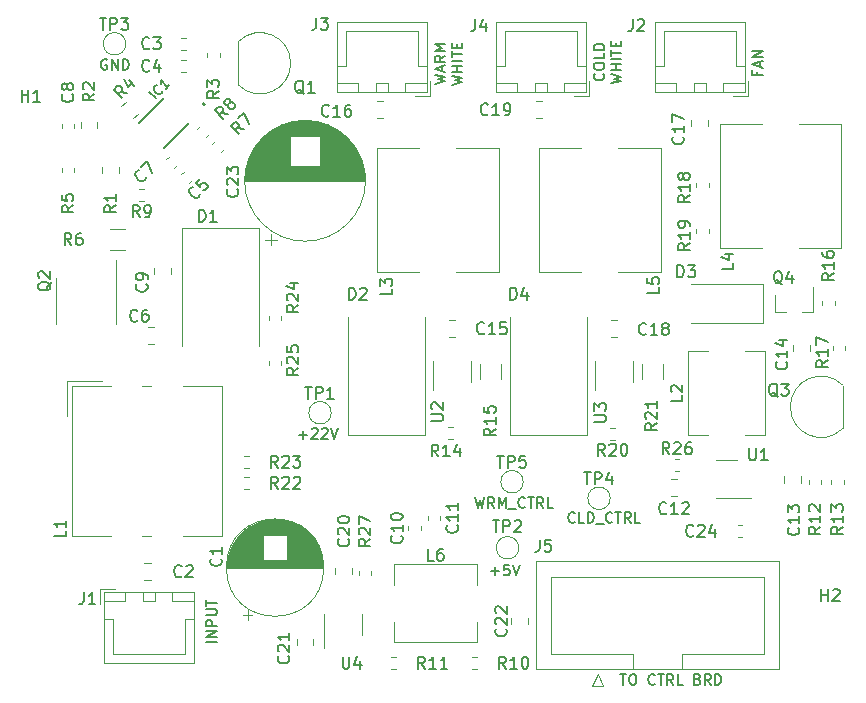
<source format=gbr>
%TF.GenerationSoftware,KiCad,Pcbnew,(5.1.6)-1*%
%TF.CreationDate,2020-11-03T02:47:29-08:00*%
%TF.ProjectId,Power Board V2,506f7765-7220-4426-9f61-72642056322e,rev?*%
%TF.SameCoordinates,Original*%
%TF.FileFunction,Legend,Top*%
%TF.FilePolarity,Positive*%
%FSLAX46Y46*%
G04 Gerber Fmt 4.6, Leading zero omitted, Abs format (unit mm)*
G04 Created by KiCad (PCBNEW (5.1.6)-1) date 2020-11-03 02:47:29*
%MOMM*%
%LPD*%
G01*
G04 APERTURE LIST*
%ADD10C,0.152400*%
%ADD11C,0.127000*%
%ADD12C,0.120000*%
%ADD13C,0.200000*%
%ADD14C,0.150000*%
G04 APERTURE END LIST*
D10*
X154940000Y-131974166D02*
X155448000Y-131974166D01*
X155194000Y-132863166D02*
X155194000Y-131974166D01*
X155913666Y-131974166D02*
X156083000Y-131974166D01*
X156167666Y-132016500D01*
X156252333Y-132101166D01*
X156294666Y-132270500D01*
X156294666Y-132566833D01*
X156252333Y-132736166D01*
X156167666Y-132820833D01*
X156083000Y-132863166D01*
X155913666Y-132863166D01*
X155829000Y-132820833D01*
X155744333Y-132736166D01*
X155702000Y-132566833D01*
X155702000Y-132270500D01*
X155744333Y-132101166D01*
X155829000Y-132016500D01*
X155913666Y-131974166D01*
X157861000Y-132778500D02*
X157818666Y-132820833D01*
X157691666Y-132863166D01*
X157607000Y-132863166D01*
X157480000Y-132820833D01*
X157395333Y-132736166D01*
X157353000Y-132651500D01*
X157310666Y-132482166D01*
X157310666Y-132355166D01*
X157353000Y-132185833D01*
X157395333Y-132101166D01*
X157480000Y-132016500D01*
X157607000Y-131974166D01*
X157691666Y-131974166D01*
X157818666Y-132016500D01*
X157861000Y-132058833D01*
X158115000Y-131974166D02*
X158623000Y-131974166D01*
X158369000Y-132863166D02*
X158369000Y-131974166D01*
X159427333Y-132863166D02*
X159131000Y-132439833D01*
X158919333Y-132863166D02*
X158919333Y-131974166D01*
X159258000Y-131974166D01*
X159342666Y-132016500D01*
X159385000Y-132058833D01*
X159427333Y-132143500D01*
X159427333Y-132270500D01*
X159385000Y-132355166D01*
X159342666Y-132397500D01*
X159258000Y-132439833D01*
X158919333Y-132439833D01*
X160231666Y-132863166D02*
X159808333Y-132863166D01*
X159808333Y-131974166D01*
X161501666Y-132397500D02*
X161628666Y-132439833D01*
X161671000Y-132482166D01*
X161713333Y-132566833D01*
X161713333Y-132693833D01*
X161671000Y-132778500D01*
X161628666Y-132820833D01*
X161544000Y-132863166D01*
X161205333Y-132863166D01*
X161205333Y-131974166D01*
X161501666Y-131974166D01*
X161586333Y-132016500D01*
X161628666Y-132058833D01*
X161671000Y-132143500D01*
X161671000Y-132228166D01*
X161628666Y-132312833D01*
X161586333Y-132355166D01*
X161501666Y-132397500D01*
X161205333Y-132397500D01*
X162602333Y-132863166D02*
X162306000Y-132439833D01*
X162094333Y-132863166D02*
X162094333Y-131974166D01*
X162433000Y-131974166D01*
X162517666Y-132016500D01*
X162560000Y-132058833D01*
X162602333Y-132143500D01*
X162602333Y-132270500D01*
X162560000Y-132355166D01*
X162517666Y-132397500D01*
X162433000Y-132439833D01*
X162094333Y-132439833D01*
X162983333Y-132863166D02*
X162983333Y-131974166D01*
X163195000Y-131974166D01*
X163322000Y-132016500D01*
X163406666Y-132101166D01*
X163449000Y-132185833D01*
X163491333Y-132355166D01*
X163491333Y-132482166D01*
X163449000Y-132651500D01*
X163406666Y-132736166D01*
X163322000Y-132820833D01*
X163195000Y-132863166D01*
X162983333Y-132863166D01*
X120798166Y-129222500D02*
X119909166Y-129222500D01*
X120798166Y-128799166D02*
X119909166Y-128799166D01*
X120798166Y-128291166D01*
X119909166Y-128291166D01*
X120798166Y-127867833D02*
X119909166Y-127867833D01*
X119909166Y-127529166D01*
X119951500Y-127444500D01*
X119993833Y-127402166D01*
X120078500Y-127359833D01*
X120205500Y-127359833D01*
X120290166Y-127402166D01*
X120332500Y-127444500D01*
X120374833Y-127529166D01*
X120374833Y-127867833D01*
X119909166Y-126978833D02*
X120628833Y-126978833D01*
X120713500Y-126936500D01*
X120755833Y-126894166D01*
X120798166Y-126809500D01*
X120798166Y-126640166D01*
X120755833Y-126555500D01*
X120713500Y-126513166D01*
X120628833Y-126470833D01*
X119909166Y-126470833D01*
X119909166Y-126174500D02*
X119909166Y-125666500D01*
X120798166Y-125920500D02*
X119909166Y-125920500D01*
X142663333Y-116988166D02*
X142875000Y-117877166D01*
X143044333Y-117242166D01*
X143213666Y-117877166D01*
X143425333Y-116988166D01*
X144272000Y-117877166D02*
X143975666Y-117453833D01*
X143764000Y-117877166D02*
X143764000Y-116988166D01*
X144102666Y-116988166D01*
X144187333Y-117030500D01*
X144229666Y-117072833D01*
X144272000Y-117157500D01*
X144272000Y-117284500D01*
X144229666Y-117369166D01*
X144187333Y-117411500D01*
X144102666Y-117453833D01*
X143764000Y-117453833D01*
X144653000Y-117877166D02*
X144653000Y-116988166D01*
X144949333Y-117623166D01*
X145245666Y-116988166D01*
X145245666Y-117877166D01*
X145457333Y-117961833D02*
X146134666Y-117961833D01*
X146854333Y-117792500D02*
X146812000Y-117834833D01*
X146685000Y-117877166D01*
X146600333Y-117877166D01*
X146473333Y-117834833D01*
X146388666Y-117750166D01*
X146346333Y-117665500D01*
X146304000Y-117496166D01*
X146304000Y-117369166D01*
X146346333Y-117199833D01*
X146388666Y-117115166D01*
X146473333Y-117030500D01*
X146600333Y-116988166D01*
X146685000Y-116988166D01*
X146812000Y-117030500D01*
X146854333Y-117072833D01*
X147108333Y-116988166D02*
X147616333Y-116988166D01*
X147362333Y-117877166D02*
X147362333Y-116988166D01*
X148420666Y-117877166D02*
X148124333Y-117453833D01*
X147912666Y-117877166D02*
X147912666Y-116988166D01*
X148251333Y-116988166D01*
X148336000Y-117030500D01*
X148378333Y-117072833D01*
X148420666Y-117157500D01*
X148420666Y-117284500D01*
X148378333Y-117369166D01*
X148336000Y-117411500D01*
X148251333Y-117453833D01*
X147912666Y-117453833D01*
X149225000Y-117877166D02*
X148801666Y-117877166D01*
X148801666Y-116988166D01*
X151087666Y-119062500D02*
X151045333Y-119104833D01*
X150918333Y-119147166D01*
X150833666Y-119147166D01*
X150706666Y-119104833D01*
X150622000Y-119020166D01*
X150579666Y-118935500D01*
X150537333Y-118766166D01*
X150537333Y-118639166D01*
X150579666Y-118469833D01*
X150622000Y-118385166D01*
X150706666Y-118300500D01*
X150833666Y-118258166D01*
X150918333Y-118258166D01*
X151045333Y-118300500D01*
X151087666Y-118342833D01*
X151892000Y-119147166D02*
X151468666Y-119147166D01*
X151468666Y-118258166D01*
X152188333Y-119147166D02*
X152188333Y-118258166D01*
X152400000Y-118258166D01*
X152527000Y-118300500D01*
X152611666Y-118385166D01*
X152654000Y-118469833D01*
X152696333Y-118639166D01*
X152696333Y-118766166D01*
X152654000Y-118935500D01*
X152611666Y-119020166D01*
X152527000Y-119104833D01*
X152400000Y-119147166D01*
X152188333Y-119147166D01*
X152865666Y-119231833D02*
X153543000Y-119231833D01*
X154262666Y-119062500D02*
X154220333Y-119104833D01*
X154093333Y-119147166D01*
X154008666Y-119147166D01*
X153881666Y-119104833D01*
X153797000Y-119020166D01*
X153754666Y-118935500D01*
X153712333Y-118766166D01*
X153712333Y-118639166D01*
X153754666Y-118469833D01*
X153797000Y-118385166D01*
X153881666Y-118300500D01*
X154008666Y-118258166D01*
X154093333Y-118258166D01*
X154220333Y-118300500D01*
X154262666Y-118342833D01*
X154516666Y-118258166D02*
X155024666Y-118258166D01*
X154770666Y-119147166D02*
X154770666Y-118258166D01*
X155829000Y-119147166D02*
X155532666Y-118723833D01*
X155321000Y-119147166D02*
X155321000Y-118258166D01*
X155659666Y-118258166D01*
X155744333Y-118300500D01*
X155786666Y-118342833D01*
X155829000Y-118427500D01*
X155829000Y-118554500D01*
X155786666Y-118639166D01*
X155744333Y-118681500D01*
X155659666Y-118723833D01*
X155321000Y-118723833D01*
X156633333Y-119147166D02*
X156210000Y-119147166D01*
X156210000Y-118258166D01*
X111463666Y-79946500D02*
X111379000Y-79904166D01*
X111252000Y-79904166D01*
X111125000Y-79946500D01*
X111040333Y-80031166D01*
X110998000Y-80115833D01*
X110955666Y-80285166D01*
X110955666Y-80412166D01*
X110998000Y-80581500D01*
X111040333Y-80666166D01*
X111125000Y-80750833D01*
X111252000Y-80793166D01*
X111336666Y-80793166D01*
X111463666Y-80750833D01*
X111506000Y-80708500D01*
X111506000Y-80412166D01*
X111336666Y-80412166D01*
X111887000Y-80793166D02*
X111887000Y-79904166D01*
X112395000Y-80793166D01*
X112395000Y-79904166D01*
X112818333Y-80793166D02*
X112818333Y-79904166D01*
X113030000Y-79904166D01*
X113157000Y-79946500D01*
X113241666Y-80031166D01*
X113284000Y-80115833D01*
X113326333Y-80285166D01*
X113326333Y-80412166D01*
X113284000Y-80581500D01*
X113241666Y-80666166D01*
X113157000Y-80750833D01*
X113030000Y-80793166D01*
X112818333Y-80793166D01*
X144018000Y-123253500D02*
X144695333Y-123253500D01*
X144356666Y-123592166D02*
X144356666Y-122914833D01*
X145542000Y-122703166D02*
X145118666Y-122703166D01*
X145076333Y-123126500D01*
X145118666Y-123084166D01*
X145203333Y-123041833D01*
X145415000Y-123041833D01*
X145499666Y-123084166D01*
X145542000Y-123126500D01*
X145584333Y-123211166D01*
X145584333Y-123422833D01*
X145542000Y-123507500D01*
X145499666Y-123549833D01*
X145415000Y-123592166D01*
X145203333Y-123592166D01*
X145118666Y-123549833D01*
X145076333Y-123507500D01*
X145838333Y-122703166D02*
X146134666Y-123592166D01*
X146431000Y-122703166D01*
X127783166Y-111696500D02*
X128460500Y-111696500D01*
X128121833Y-112035166D02*
X128121833Y-111357833D01*
X128841500Y-111230833D02*
X128883833Y-111188500D01*
X128968500Y-111146166D01*
X129180166Y-111146166D01*
X129264833Y-111188500D01*
X129307166Y-111230833D01*
X129349500Y-111315500D01*
X129349500Y-111400166D01*
X129307166Y-111527166D01*
X128799166Y-112035166D01*
X129349500Y-112035166D01*
X129688166Y-111230833D02*
X129730500Y-111188500D01*
X129815166Y-111146166D01*
X130026833Y-111146166D01*
X130111500Y-111188500D01*
X130153833Y-111230833D01*
X130196166Y-111315500D01*
X130196166Y-111400166D01*
X130153833Y-111527166D01*
X129645833Y-112035166D01*
X130196166Y-112035166D01*
X130450166Y-111146166D02*
X130746500Y-112035166D01*
X131042833Y-111146166D01*
D11*
X166560500Y-80983666D02*
X166560500Y-81280000D01*
X167026166Y-81280000D02*
X166137166Y-81280000D01*
X166137166Y-80856666D01*
X166772166Y-80560333D02*
X166772166Y-80137000D01*
X167026166Y-80645000D02*
X166137166Y-80348666D01*
X167026166Y-80052333D01*
X167026166Y-79756000D02*
X166137166Y-79756000D01*
X167026166Y-79248000D01*
X166137166Y-79248000D01*
X153511250Y-81131833D02*
X153553583Y-81174166D01*
X153595916Y-81301166D01*
X153595916Y-81385833D01*
X153553583Y-81512833D01*
X153468916Y-81597500D01*
X153384250Y-81639833D01*
X153214916Y-81682166D01*
X153087916Y-81682166D01*
X152918583Y-81639833D01*
X152833916Y-81597500D01*
X152749250Y-81512833D01*
X152706916Y-81385833D01*
X152706916Y-81301166D01*
X152749250Y-81174166D01*
X152791583Y-81131833D01*
X152706916Y-80581500D02*
X152706916Y-80412166D01*
X152749250Y-80327500D01*
X152833916Y-80242833D01*
X153003250Y-80200500D01*
X153299583Y-80200500D01*
X153468916Y-80242833D01*
X153553583Y-80327500D01*
X153595916Y-80412166D01*
X153595916Y-80581500D01*
X153553583Y-80666166D01*
X153468916Y-80750833D01*
X153299583Y-80793166D01*
X153003250Y-80793166D01*
X152833916Y-80750833D01*
X152749250Y-80666166D01*
X152706916Y-80581500D01*
X153595916Y-79396166D02*
X153595916Y-79819500D01*
X152706916Y-79819500D01*
X153595916Y-79099833D02*
X152706916Y-79099833D01*
X152706916Y-78888166D01*
X152749250Y-78761166D01*
X152833916Y-78676500D01*
X152918583Y-78634166D01*
X153087916Y-78591833D01*
X153214916Y-78591833D01*
X153384250Y-78634166D01*
X153468916Y-78676500D01*
X153553583Y-78761166D01*
X153595916Y-78888166D01*
X153595916Y-79099833D01*
X154167416Y-81936166D02*
X155056416Y-81724500D01*
X154421416Y-81555166D01*
X155056416Y-81385833D01*
X154167416Y-81174166D01*
X155056416Y-80835500D02*
X154167416Y-80835500D01*
X154590750Y-80835500D02*
X154590750Y-80327500D01*
X155056416Y-80327500D02*
X154167416Y-80327500D01*
X155056416Y-79904166D02*
X154167416Y-79904166D01*
X154167416Y-79607833D02*
X154167416Y-79099833D01*
X155056416Y-79353833D02*
X154167416Y-79353833D01*
X154590750Y-78803500D02*
X154590750Y-78507166D01*
X155056416Y-78380166D02*
X155056416Y-78803500D01*
X154167416Y-78803500D01*
X154167416Y-78380166D01*
X139244916Y-81978500D02*
X140133916Y-81766833D01*
X139498916Y-81597500D01*
X140133916Y-81428166D01*
X139244916Y-81216500D01*
X139879916Y-80920166D02*
X139879916Y-80496833D01*
X140133916Y-81004833D02*
X139244916Y-80708500D01*
X140133916Y-80412166D01*
X140133916Y-79607833D02*
X139710583Y-79904166D01*
X140133916Y-80115833D02*
X139244916Y-80115833D01*
X139244916Y-79777166D01*
X139287250Y-79692500D01*
X139329583Y-79650166D01*
X139414250Y-79607833D01*
X139541250Y-79607833D01*
X139625916Y-79650166D01*
X139668250Y-79692500D01*
X139710583Y-79777166D01*
X139710583Y-80115833D01*
X140133916Y-79226833D02*
X139244916Y-79226833D01*
X139879916Y-78930500D01*
X139244916Y-78634166D01*
X140133916Y-78634166D01*
X140705416Y-82063166D02*
X141594416Y-81851500D01*
X140959416Y-81682166D01*
X141594416Y-81512833D01*
X140705416Y-81301166D01*
X141594416Y-80962500D02*
X140705416Y-80962500D01*
X141128750Y-80962500D02*
X141128750Y-80454500D01*
X141594416Y-80454500D02*
X140705416Y-80454500D01*
X141594416Y-80031166D02*
X140705416Y-80031166D01*
X140705416Y-79734833D02*
X140705416Y-79226833D01*
X141594416Y-79480833D02*
X140705416Y-79480833D01*
X141128750Y-78930500D02*
X141128750Y-78634166D01*
X141594416Y-78507166D02*
X141594416Y-78930500D01*
X140705416Y-78930500D01*
X140705416Y-78507166D01*
D12*
%TO.C,R2*%
X109272000Y-85732252D02*
X109272000Y-85209748D01*
X110692000Y-85732252D02*
X110692000Y-85209748D01*
D13*
%TO.C,IC1*%
X119790756Y-83753010D02*
G75*
G03*
X119790756Y-83753010I-99999J0D01*
G01*
D11*
X118453320Y-85344000D02*
X116332000Y-87465320D01*
X116332000Y-83222680D02*
X114210680Y-85344000D01*
D12*
%TO.C,Q1*%
X122610000Y-78464000D02*
X122610000Y-82064000D01*
X122621522Y-82102478D02*
G75*
G03*
X127060000Y-80264000I1838478J1838478D01*
G01*
X122621522Y-78425522D02*
G75*
G02*
X127060000Y-80264000I1838478J-1838478D01*
G01*
%TO.C,L2*%
X162397000Y-111754000D02*
X160657000Y-111754000D01*
X160657000Y-111754000D02*
X160657000Y-104654000D01*
X160657000Y-104654000D02*
X162397000Y-104654000D01*
X165517000Y-104654000D02*
X167257000Y-104654000D01*
X167257000Y-104654000D02*
X167257000Y-111754000D01*
X167257000Y-111754000D02*
X165517000Y-111754000D01*
%TO.C,L6*%
X135769000Y-129284000D02*
X135769000Y-127544000D01*
X142869000Y-129284000D02*
X135769000Y-129284000D01*
X142869000Y-127544000D02*
X142869000Y-129284000D01*
X142869000Y-122684000D02*
X142869000Y-124424000D01*
X135769000Y-122684000D02*
X142869000Y-122684000D01*
X135769000Y-124424000D02*
X135769000Y-122684000D01*
%TO.C,L3*%
X144659500Y-87460000D02*
X141069500Y-87460000D01*
X137949500Y-87460000D02*
X134359500Y-87460000D01*
X134359500Y-87460000D02*
X134359500Y-97960000D01*
X134359500Y-97960000D02*
X137949500Y-97960000D01*
X141069500Y-97960000D02*
X144659500Y-97960000D01*
X144659500Y-97960000D02*
X144659500Y-87460000D01*
%TO.C,L5*%
X158375500Y-87460000D02*
X154785500Y-87460000D01*
X151665500Y-87460000D02*
X148075500Y-87460000D01*
X148075500Y-87460000D02*
X148075500Y-97960000D01*
X148075500Y-97960000D02*
X151665500Y-97960000D01*
X154785500Y-97960000D02*
X158375500Y-97960000D01*
X158375500Y-97960000D02*
X158375500Y-87460000D01*
%TO.C,L4*%
X163379000Y-95928000D02*
X166969000Y-95928000D01*
X170089000Y-95928000D02*
X173679000Y-95928000D01*
X173679000Y-95928000D02*
X173679000Y-85428000D01*
X173679000Y-85428000D02*
X170089000Y-85428000D01*
X166969000Y-85428000D02*
X163379000Y-85428000D01*
X163379000Y-85428000D02*
X163379000Y-95928000D01*
%TO.C,R8*%
X119394480Y-85548071D02*
X119152271Y-85790280D01*
X120115729Y-86269320D02*
X119873520Y-86511529D01*
%TO.C,R3*%
X120013000Y-79749467D02*
X120013000Y-79406933D01*
X121033000Y-79749467D02*
X121033000Y-79406933D01*
%TO.C,C8*%
X107694000Y-85769267D02*
X107694000Y-85426733D01*
X108714000Y-85769267D02*
X108714000Y-85426733D01*
%TO.C,R5*%
X107694000Y-89452267D02*
X107694000Y-89109733D01*
X108714000Y-89452267D02*
X108714000Y-89109733D01*
%TO.C,D1*%
X117843300Y-94235200D02*
X124345700Y-94234000D01*
X117844500Y-94234000D02*
X117844500Y-104222000D01*
X124345700Y-94234000D02*
X124344500Y-104222000D01*
%TO.C,D2*%
X138442700Y-111758800D02*
X131940300Y-111760000D01*
X138441500Y-111760000D02*
X138441500Y-101772000D01*
X131940300Y-111760000D02*
X131941500Y-101772000D01*
%TO.C,D4*%
X152158700Y-111758800D02*
X145656300Y-111760000D01*
X152157500Y-111760000D02*
X152157500Y-101772000D01*
X145656300Y-111760000D02*
X145657500Y-101772000D01*
%TO.C,L1*%
X108121500Y-110169000D02*
X108121500Y-107169000D01*
X108121500Y-107169000D02*
X111121500Y-107169000D01*
X108501500Y-107549000D02*
X111831500Y-107549000D01*
X114481500Y-107549000D02*
X115261500Y-107549000D01*
X117911500Y-107549000D02*
X121241500Y-107549000D01*
X121241500Y-107549000D02*
X121241500Y-120289000D01*
X108501500Y-120289000D02*
X111831500Y-120289000D01*
X114481500Y-120289000D02*
X115261500Y-120289000D01*
X117911500Y-120289000D02*
X121241500Y-120289000D01*
X108501500Y-107549000D02*
X108501500Y-120289000D01*
%TO.C,R1*%
X112533500Y-89542252D02*
X112533500Y-89019748D01*
X111113500Y-89542252D02*
X111113500Y-89019748D01*
%TO.C,C23*%
X133390000Y-90210000D02*
G75*
G03*
X133390000Y-90210000I-5120000J0D01*
G01*
X123190000Y-90210000D02*
X133350000Y-90210000D01*
X123190000Y-90170000D02*
X133350000Y-90170000D01*
X123190000Y-90130000D02*
X133350000Y-90130000D01*
X123191000Y-90090000D02*
X133349000Y-90090000D01*
X123192000Y-90050000D02*
X133348000Y-90050000D01*
X123193000Y-90010000D02*
X133347000Y-90010000D01*
X123195000Y-89970000D02*
X133345000Y-89970000D01*
X123197000Y-89930000D02*
X133343000Y-89930000D01*
X123200000Y-89890000D02*
X133340000Y-89890000D01*
X123202000Y-89850000D02*
X133338000Y-89850000D01*
X123205000Y-89810000D02*
X133335000Y-89810000D01*
X123208000Y-89770000D02*
X133332000Y-89770000D01*
X123212000Y-89730000D02*
X133328000Y-89730000D01*
X123216000Y-89690000D02*
X133324000Y-89690000D01*
X123220000Y-89650000D02*
X133320000Y-89650000D01*
X123225000Y-89610000D02*
X133315000Y-89610000D01*
X123230000Y-89570000D02*
X133310000Y-89570000D01*
X123235000Y-89530000D02*
X133305000Y-89530000D01*
X123240000Y-89489000D02*
X133300000Y-89489000D01*
X123246000Y-89449000D02*
X133294000Y-89449000D01*
X123252000Y-89409000D02*
X133288000Y-89409000D01*
X123259000Y-89369000D02*
X133281000Y-89369000D01*
X123266000Y-89329000D02*
X133274000Y-89329000D01*
X123273000Y-89289000D02*
X133267000Y-89289000D01*
X123280000Y-89249000D02*
X133260000Y-89249000D01*
X123288000Y-89209000D02*
X133252000Y-89209000D01*
X123296000Y-89169000D02*
X133244000Y-89169000D01*
X123305000Y-89129000D02*
X133235000Y-89129000D01*
X123314000Y-89089000D02*
X133226000Y-89089000D01*
X123323000Y-89049000D02*
X133217000Y-89049000D01*
X123332000Y-89009000D02*
X133208000Y-89009000D01*
X123342000Y-88969000D02*
X133198000Y-88969000D01*
X123352000Y-88929000D02*
X127029000Y-88929000D01*
X129511000Y-88929000D02*
X133188000Y-88929000D01*
X123363000Y-88889000D02*
X127029000Y-88889000D01*
X129511000Y-88889000D02*
X133177000Y-88889000D01*
X123373000Y-88849000D02*
X127029000Y-88849000D01*
X129511000Y-88849000D02*
X133167000Y-88849000D01*
X123385000Y-88809000D02*
X127029000Y-88809000D01*
X129511000Y-88809000D02*
X133155000Y-88809000D01*
X123396000Y-88769000D02*
X127029000Y-88769000D01*
X129511000Y-88769000D02*
X133144000Y-88769000D01*
X123408000Y-88729000D02*
X127029000Y-88729000D01*
X129511000Y-88729000D02*
X133132000Y-88729000D01*
X123420000Y-88689000D02*
X127029000Y-88689000D01*
X129511000Y-88689000D02*
X133120000Y-88689000D01*
X123433000Y-88649000D02*
X127029000Y-88649000D01*
X129511000Y-88649000D02*
X133107000Y-88649000D01*
X123446000Y-88609000D02*
X127029000Y-88609000D01*
X129511000Y-88609000D02*
X133094000Y-88609000D01*
X123459000Y-88569000D02*
X127029000Y-88569000D01*
X129511000Y-88569000D02*
X133081000Y-88569000D01*
X123473000Y-88529000D02*
X127029000Y-88529000D01*
X129511000Y-88529000D02*
X133067000Y-88529000D01*
X123487000Y-88489000D02*
X127029000Y-88489000D01*
X129511000Y-88489000D02*
X133053000Y-88489000D01*
X123502000Y-88449000D02*
X127029000Y-88449000D01*
X129511000Y-88449000D02*
X133038000Y-88449000D01*
X123516000Y-88409000D02*
X127029000Y-88409000D01*
X129511000Y-88409000D02*
X133024000Y-88409000D01*
X123532000Y-88369000D02*
X127029000Y-88369000D01*
X129511000Y-88369000D02*
X133008000Y-88369000D01*
X123547000Y-88329000D02*
X127029000Y-88329000D01*
X129511000Y-88329000D02*
X132993000Y-88329000D01*
X123563000Y-88289000D02*
X127029000Y-88289000D01*
X129511000Y-88289000D02*
X132977000Y-88289000D01*
X123580000Y-88249000D02*
X127029000Y-88249000D01*
X129511000Y-88249000D02*
X132960000Y-88249000D01*
X123596000Y-88209000D02*
X127029000Y-88209000D01*
X129511000Y-88209000D02*
X132944000Y-88209000D01*
X123613000Y-88169000D02*
X127029000Y-88169000D01*
X129511000Y-88169000D02*
X132927000Y-88169000D01*
X123631000Y-88129000D02*
X127029000Y-88129000D01*
X129511000Y-88129000D02*
X132909000Y-88129000D01*
X123649000Y-88089000D02*
X127029000Y-88089000D01*
X129511000Y-88089000D02*
X132891000Y-88089000D01*
X123667000Y-88049000D02*
X127029000Y-88049000D01*
X129511000Y-88049000D02*
X132873000Y-88049000D01*
X123686000Y-88009000D02*
X127029000Y-88009000D01*
X129511000Y-88009000D02*
X132854000Y-88009000D01*
X123706000Y-87969000D02*
X127029000Y-87969000D01*
X129511000Y-87969000D02*
X132834000Y-87969000D01*
X123725000Y-87929000D02*
X127029000Y-87929000D01*
X129511000Y-87929000D02*
X132815000Y-87929000D01*
X123745000Y-87889000D02*
X127029000Y-87889000D01*
X129511000Y-87889000D02*
X132795000Y-87889000D01*
X123766000Y-87849000D02*
X127029000Y-87849000D01*
X129511000Y-87849000D02*
X132774000Y-87849000D01*
X123787000Y-87809000D02*
X127029000Y-87809000D01*
X129511000Y-87809000D02*
X132753000Y-87809000D01*
X123808000Y-87769000D02*
X127029000Y-87769000D01*
X129511000Y-87769000D02*
X132732000Y-87769000D01*
X123830000Y-87729000D02*
X127029000Y-87729000D01*
X129511000Y-87729000D02*
X132710000Y-87729000D01*
X123853000Y-87689000D02*
X127029000Y-87689000D01*
X129511000Y-87689000D02*
X132687000Y-87689000D01*
X123875000Y-87649000D02*
X127029000Y-87649000D01*
X129511000Y-87649000D02*
X132665000Y-87649000D01*
X123899000Y-87609000D02*
X127029000Y-87609000D01*
X129511000Y-87609000D02*
X132641000Y-87609000D01*
X123923000Y-87569000D02*
X127029000Y-87569000D01*
X129511000Y-87569000D02*
X132617000Y-87569000D01*
X123947000Y-87529000D02*
X127029000Y-87529000D01*
X129511000Y-87529000D02*
X132593000Y-87529000D01*
X123972000Y-87489000D02*
X127029000Y-87489000D01*
X129511000Y-87489000D02*
X132568000Y-87489000D01*
X123997000Y-87449000D02*
X127029000Y-87449000D01*
X129511000Y-87449000D02*
X132543000Y-87449000D01*
X124023000Y-87409000D02*
X127029000Y-87409000D01*
X129511000Y-87409000D02*
X132517000Y-87409000D01*
X124049000Y-87369000D02*
X127029000Y-87369000D01*
X129511000Y-87369000D02*
X132491000Y-87369000D01*
X124076000Y-87329000D02*
X127029000Y-87329000D01*
X129511000Y-87329000D02*
X132464000Y-87329000D01*
X124104000Y-87289000D02*
X127029000Y-87289000D01*
X129511000Y-87289000D02*
X132436000Y-87289000D01*
X124132000Y-87249000D02*
X127029000Y-87249000D01*
X129511000Y-87249000D02*
X132408000Y-87249000D01*
X124160000Y-87209000D02*
X127029000Y-87209000D01*
X129511000Y-87209000D02*
X132380000Y-87209000D01*
X124190000Y-87169000D02*
X127029000Y-87169000D01*
X129511000Y-87169000D02*
X132350000Y-87169000D01*
X124220000Y-87129000D02*
X127029000Y-87129000D01*
X129511000Y-87129000D02*
X132320000Y-87129000D01*
X124250000Y-87089000D02*
X127029000Y-87089000D01*
X129511000Y-87089000D02*
X132290000Y-87089000D01*
X124281000Y-87049000D02*
X127029000Y-87049000D01*
X129511000Y-87049000D02*
X132259000Y-87049000D01*
X124313000Y-87009000D02*
X127029000Y-87009000D01*
X129511000Y-87009000D02*
X132227000Y-87009000D01*
X124345000Y-86969000D02*
X127029000Y-86969000D01*
X129511000Y-86969000D02*
X132195000Y-86969000D01*
X124378000Y-86929000D02*
X127029000Y-86929000D01*
X129511000Y-86929000D02*
X132162000Y-86929000D01*
X124412000Y-86889000D02*
X127029000Y-86889000D01*
X129511000Y-86889000D02*
X132128000Y-86889000D01*
X124446000Y-86849000D02*
X127029000Y-86849000D01*
X129511000Y-86849000D02*
X132094000Y-86849000D01*
X124481000Y-86809000D02*
X127029000Y-86809000D01*
X129511000Y-86809000D02*
X132059000Y-86809000D01*
X124517000Y-86769000D02*
X127029000Y-86769000D01*
X129511000Y-86769000D02*
X132023000Y-86769000D01*
X124554000Y-86729000D02*
X127029000Y-86729000D01*
X129511000Y-86729000D02*
X131986000Y-86729000D01*
X124591000Y-86689000D02*
X127029000Y-86689000D01*
X129511000Y-86689000D02*
X131949000Y-86689000D01*
X124630000Y-86649000D02*
X127029000Y-86649000D01*
X129511000Y-86649000D02*
X131910000Y-86649000D01*
X124669000Y-86609000D02*
X127029000Y-86609000D01*
X129511000Y-86609000D02*
X131871000Y-86609000D01*
X124709000Y-86569000D02*
X127029000Y-86569000D01*
X129511000Y-86569000D02*
X131831000Y-86569000D01*
X124750000Y-86529000D02*
X127029000Y-86529000D01*
X129511000Y-86529000D02*
X131790000Y-86529000D01*
X124792000Y-86489000D02*
X127029000Y-86489000D01*
X129511000Y-86489000D02*
X131748000Y-86489000D01*
X124834000Y-86449000D02*
X131706000Y-86449000D01*
X124878000Y-86409000D02*
X131662000Y-86409000D01*
X124923000Y-86369000D02*
X131617000Y-86369000D01*
X124969000Y-86329000D02*
X131571000Y-86329000D01*
X125016000Y-86289000D02*
X131524000Y-86289000D01*
X125064000Y-86249000D02*
X131476000Y-86249000D01*
X125114000Y-86209000D02*
X131426000Y-86209000D01*
X125164000Y-86169000D02*
X131376000Y-86169000D01*
X125216000Y-86129000D02*
X131324000Y-86129000D01*
X125270000Y-86089000D02*
X131270000Y-86089000D01*
X125325000Y-86049000D02*
X131215000Y-86049000D01*
X125381000Y-86009000D02*
X131159000Y-86009000D01*
X125440000Y-85969000D02*
X131100000Y-85969000D01*
X125500000Y-85929000D02*
X131040000Y-85929000D01*
X125561000Y-85889000D02*
X130979000Y-85889000D01*
X125625000Y-85849000D02*
X130915000Y-85849000D01*
X125691000Y-85809000D02*
X130849000Y-85809000D01*
X125760000Y-85769000D02*
X130780000Y-85769000D01*
X125831000Y-85729000D02*
X130709000Y-85729000D01*
X125905000Y-85689000D02*
X130635000Y-85689000D01*
X125981000Y-85649000D02*
X130559000Y-85649000D01*
X126061000Y-85609000D02*
X130479000Y-85609000D01*
X126145000Y-85569000D02*
X130395000Y-85569000D01*
X126233000Y-85529000D02*
X130307000Y-85529000D01*
X126326000Y-85489000D02*
X130214000Y-85489000D01*
X126424000Y-85449000D02*
X130116000Y-85449000D01*
X126528000Y-85409000D02*
X130012000Y-85409000D01*
X126640000Y-85369000D02*
X129900000Y-85369000D01*
X126760000Y-85329000D02*
X129780000Y-85329000D01*
X126892000Y-85289000D02*
X129648000Y-85289000D01*
X127040000Y-85249000D02*
X129500000Y-85249000D01*
X127208000Y-85209000D02*
X129332000Y-85209000D01*
X127408000Y-85169000D02*
X129132000Y-85169000D01*
X127671000Y-85129000D02*
X128869000Y-85129000D01*
X125395000Y-95689646D02*
X125395000Y-94689646D01*
X124895000Y-95189646D02*
X125895000Y-95189646D01*
%TO.C,Q2*%
X112288000Y-100393500D02*
X112288000Y-96943500D01*
X112288000Y-100393500D02*
X112288000Y-102343500D01*
X107168000Y-100393500D02*
X107168000Y-98443500D01*
X107168000Y-100393500D02*
X107168000Y-102343500D01*
%TO.C,R7*%
X120422271Y-87060280D02*
X120664480Y-86818071D01*
X121143520Y-87781529D02*
X121385729Y-87539320D01*
%TO.C,C3*%
X118154267Y-79123000D02*
X117811733Y-79123000D01*
X118154267Y-78103000D02*
X117811733Y-78103000D01*
%TO.C,C4*%
X118154267Y-80008000D02*
X117811733Y-80008000D01*
X118154267Y-81028000D02*
X117811733Y-81028000D01*
%TO.C,C5*%
X118476520Y-90397729D02*
X118718729Y-90155520D01*
X117755271Y-89676480D02*
X117997480Y-89434271D01*
%TO.C,C7*%
X116485271Y-88406480D02*
X116727480Y-88164271D01*
X117206520Y-89127729D02*
X117448729Y-88885520D01*
%TO.C,C9*%
X116915000Y-98114752D02*
X116915000Y-97592248D01*
X115495000Y-98114752D02*
X115495000Y-97592248D01*
%TO.C,C12*%
X159773252Y-116915000D02*
X159250748Y-116915000D01*
X159773252Y-115495000D02*
X159250748Y-115495000D01*
%TO.C,C13*%
X170255000Y-115767752D02*
X170255000Y-115245248D01*
X168835000Y-115767752D02*
X168835000Y-115245248D01*
%TO.C,C14*%
X169597000Y-104132748D02*
X169597000Y-104655252D01*
X171017000Y-104132748D02*
X171017000Y-104655252D01*
%TO.C,C15*%
X140454748Y-102033000D02*
X140977252Y-102033000D01*
X140454748Y-103453000D02*
X140977252Y-103453000D01*
%TO.C,C16*%
X134881252Y-83491000D02*
X134358748Y-83491000D01*
X134881252Y-84911000D02*
X134358748Y-84911000D01*
%TO.C,C17*%
X160961000Y-85082748D02*
X160961000Y-85605252D01*
X162381000Y-85082748D02*
X162381000Y-85605252D01*
%TO.C,C18*%
X154170748Y-102033000D02*
X154693252Y-102033000D01*
X154170748Y-103453000D02*
X154693252Y-103453000D01*
%TO.C,C19*%
X148343252Y-83491000D02*
X147820748Y-83491000D01*
X148343252Y-84911000D02*
X147820748Y-84911000D01*
%TO.C,C20*%
X130798500Y-123514752D02*
X130798500Y-122992248D01*
X132218500Y-123514752D02*
X132218500Y-122992248D01*
%TO.C,C21*%
X128980000Y-129547252D02*
X128980000Y-129024748D01*
X127560000Y-129547252D02*
X127560000Y-129024748D01*
%TO.C,C22*%
X147141000Y-127246748D02*
X147141000Y-127769252D01*
X145721000Y-127246748D02*
X145721000Y-127769252D01*
%TO.C,Q3*%
X173808000Y-111147000D02*
X173808000Y-107547000D01*
X173796478Y-111185478D02*
G75*
G02*
X169358000Y-109347000I-1838478J1838478D01*
G01*
X173796478Y-107508522D02*
G75*
G03*
X169358000Y-109347000I-1838478J-1838478D01*
G01*
%TO.C,Q4*%
X168092000Y-101344000D02*
X168092000Y-99884000D01*
X171252000Y-101344000D02*
X171252000Y-99184000D01*
X171252000Y-101344000D02*
X170322000Y-101344000D01*
X168092000Y-101344000D02*
X169022000Y-101344000D01*
%TO.C,R4*%
X113728313Y-84887779D02*
X114097779Y-84518313D01*
X112724221Y-83883687D02*
X113093687Y-83514221D01*
%TO.C,R6*%
X111792936Y-96096500D02*
X112997064Y-96096500D01*
X111792936Y-94276500D02*
X112997064Y-94276500D01*
%TO.C,R10*%
X142792267Y-130554000D02*
X142449733Y-130554000D01*
X142792267Y-131574000D02*
X142449733Y-131574000D01*
%TO.C,R11*%
X135591733Y-130554000D02*
X135934267Y-130554000D01*
X135591733Y-131574000D02*
X135934267Y-131574000D01*
%TO.C,R12*%
X171960000Y-115525733D02*
X171960000Y-115868267D01*
X170940000Y-115525733D02*
X170940000Y-115868267D01*
%TO.C,R13*%
X173865000Y-115868267D02*
X173865000Y-115525733D01*
X172845000Y-115868267D02*
X172845000Y-115525733D01*
%TO.C,R14*%
X140760267Y-112079500D02*
X140417733Y-112079500D01*
X140760267Y-111059500D02*
X140417733Y-111059500D01*
%TO.C,R15*%
X143044500Y-105760436D02*
X143044500Y-106964564D01*
X144864500Y-105760436D02*
X144864500Y-106964564D01*
%TO.C,R16*%
X173103000Y-100741267D02*
X173103000Y-100398733D01*
X172083000Y-100741267D02*
X172083000Y-100398733D01*
%TO.C,R17*%
X172972000Y-104565267D02*
X172972000Y-104222733D01*
X173992000Y-104565267D02*
X173992000Y-104222733D01*
%TO.C,R18*%
X162435000Y-90379733D02*
X162435000Y-90722267D01*
X161415000Y-90379733D02*
X161415000Y-90722267D01*
%TO.C,R19*%
X162435000Y-94659267D02*
X162435000Y-94316733D01*
X161415000Y-94659267D02*
X161415000Y-94316733D01*
%TO.C,R20*%
X154476267Y-111123000D02*
X154133733Y-111123000D01*
X154476267Y-112143000D02*
X154133733Y-112143000D01*
%TO.C,R21*%
X156773200Y-105760436D02*
X156773200Y-106964564D01*
X158593200Y-105760436D02*
X158593200Y-106964564D01*
%TO.C,U1*%
X163057000Y-117053000D02*
X166007000Y-117053000D01*
X164857000Y-113833000D02*
X163057000Y-113833000D01*
%TO.C,U2*%
X142326000Y-107262500D02*
X142326000Y-105462500D01*
X139106000Y-105462500D02*
X139106000Y-107912500D01*
%TO.C,U3*%
X152822000Y-105462500D02*
X152822000Y-107912500D01*
X156042000Y-107262500D02*
X156042000Y-105462500D01*
%TO.C,U4*%
X129835000Y-126862000D02*
X129835000Y-129812000D01*
X133055000Y-128662000D02*
X133055000Y-126862000D01*
%TO.C,C2*%
X115196252Y-124027000D02*
X114673748Y-124027000D01*
X115196252Y-122607000D02*
X114673748Y-122607000D01*
%TO.C,C6*%
X114991248Y-104037200D02*
X115513752Y-104037200D01*
X114991248Y-102617200D02*
X115513752Y-102617200D01*
%TO.C,R22*%
X123145733Y-115314000D02*
X123488267Y-115314000D01*
X123145733Y-116334000D02*
X123488267Y-116334000D01*
%TO.C,R23*%
X123488267Y-113536000D02*
X123145733Y-113536000D01*
X123488267Y-114556000D02*
X123145733Y-114556000D01*
%TO.C,R24*%
X126240000Y-101682733D02*
X126240000Y-102025267D01*
X125220000Y-101682733D02*
X125220000Y-102025267D01*
%TO.C,R25*%
X125220000Y-105492733D02*
X125220000Y-105835267D01*
X126240000Y-105492733D02*
X126240000Y-105835267D01*
%TO.C,D3*%
X167049000Y-102234000D02*
X160949000Y-102234000D01*
X167049000Y-98934000D02*
X160949000Y-98934000D01*
X167049000Y-102234000D02*
X167049000Y-98934000D01*
%TO.C,J1*%
X111232000Y-125048000D02*
X111232000Y-131018000D01*
X111232000Y-131018000D02*
X118852000Y-131018000D01*
X118852000Y-131018000D02*
X118852000Y-125048000D01*
X118852000Y-125048000D02*
X111232000Y-125048000D01*
X114542000Y-125058000D02*
X114542000Y-125808000D01*
X114542000Y-125808000D02*
X115542000Y-125808000D01*
X115542000Y-125808000D02*
X115542000Y-125058000D01*
X115542000Y-125058000D02*
X114542000Y-125058000D01*
X111242000Y-125058000D02*
X111242000Y-125808000D01*
X111242000Y-125808000D02*
X113042000Y-125808000D01*
X113042000Y-125808000D02*
X113042000Y-125058000D01*
X113042000Y-125058000D02*
X111242000Y-125058000D01*
X117042000Y-125058000D02*
X117042000Y-125808000D01*
X117042000Y-125808000D02*
X118842000Y-125808000D01*
X118842000Y-125808000D02*
X118842000Y-125058000D01*
X118842000Y-125058000D02*
X117042000Y-125058000D01*
X111242000Y-127308000D02*
X111992000Y-127308000D01*
X111992000Y-127308000D02*
X111992000Y-130258000D01*
X111992000Y-130258000D02*
X115042000Y-130258000D01*
X118842000Y-127308000D02*
X118092000Y-127308000D01*
X118092000Y-127308000D02*
X118092000Y-130258000D01*
X118092000Y-130258000D02*
X115042000Y-130258000D01*
X112192000Y-124758000D02*
X110942000Y-124758000D01*
X110942000Y-124758000D02*
X110942000Y-126008000D01*
%TO.C,J3*%
X138577000Y-82724000D02*
X138577000Y-76754000D01*
X138577000Y-76754000D02*
X130957000Y-76754000D01*
X130957000Y-76754000D02*
X130957000Y-82724000D01*
X130957000Y-82724000D02*
X138577000Y-82724000D01*
X135267000Y-82714000D02*
X135267000Y-81964000D01*
X135267000Y-81964000D02*
X134267000Y-81964000D01*
X134267000Y-81964000D02*
X134267000Y-82714000D01*
X134267000Y-82714000D02*
X135267000Y-82714000D01*
X138567000Y-82714000D02*
X138567000Y-81964000D01*
X138567000Y-81964000D02*
X136767000Y-81964000D01*
X136767000Y-81964000D02*
X136767000Y-82714000D01*
X136767000Y-82714000D02*
X138567000Y-82714000D01*
X132767000Y-82714000D02*
X132767000Y-81964000D01*
X132767000Y-81964000D02*
X130967000Y-81964000D01*
X130967000Y-81964000D02*
X130967000Y-82714000D01*
X130967000Y-82714000D02*
X132767000Y-82714000D01*
X138567000Y-80464000D02*
X137817000Y-80464000D01*
X137817000Y-80464000D02*
X137817000Y-77514000D01*
X137817000Y-77514000D02*
X134767000Y-77514000D01*
X130967000Y-80464000D02*
X131717000Y-80464000D01*
X131717000Y-80464000D02*
X131717000Y-77514000D01*
X131717000Y-77514000D02*
X134767000Y-77514000D01*
X137617000Y-83014000D02*
X138867000Y-83014000D01*
X138867000Y-83014000D02*
X138867000Y-81764000D01*
%TO.C,J4*%
X152329000Y-83014000D02*
X152329000Y-81764000D01*
X151079000Y-83014000D02*
X152329000Y-83014000D01*
X145179000Y-77514000D02*
X148229000Y-77514000D01*
X145179000Y-80464000D02*
X145179000Y-77514000D01*
X144429000Y-80464000D02*
X145179000Y-80464000D01*
X151279000Y-77514000D02*
X148229000Y-77514000D01*
X151279000Y-80464000D02*
X151279000Y-77514000D01*
X152029000Y-80464000D02*
X151279000Y-80464000D01*
X144429000Y-82714000D02*
X146229000Y-82714000D01*
X144429000Y-81964000D02*
X144429000Y-82714000D01*
X146229000Y-81964000D02*
X144429000Y-81964000D01*
X146229000Y-82714000D02*
X146229000Y-81964000D01*
X150229000Y-82714000D02*
X152029000Y-82714000D01*
X150229000Y-81964000D02*
X150229000Y-82714000D01*
X152029000Y-81964000D02*
X150229000Y-81964000D01*
X152029000Y-82714000D02*
X152029000Y-81964000D01*
X147729000Y-82714000D02*
X148729000Y-82714000D01*
X147729000Y-81964000D02*
X147729000Y-82714000D01*
X148729000Y-81964000D02*
X147729000Y-81964000D01*
X148729000Y-82714000D02*
X148729000Y-81964000D01*
X144419000Y-82724000D02*
X152039000Y-82724000D01*
X144419000Y-76754000D02*
X144419000Y-82724000D01*
X152039000Y-76754000D02*
X144419000Y-76754000D01*
X152039000Y-82724000D02*
X152039000Y-76754000D01*
%TO.C,J2*%
X165501000Y-82724000D02*
X165501000Y-76754000D01*
X165501000Y-76754000D02*
X157881000Y-76754000D01*
X157881000Y-76754000D02*
X157881000Y-82724000D01*
X157881000Y-82724000D02*
X165501000Y-82724000D01*
X162191000Y-82714000D02*
X162191000Y-81964000D01*
X162191000Y-81964000D02*
X161191000Y-81964000D01*
X161191000Y-81964000D02*
X161191000Y-82714000D01*
X161191000Y-82714000D02*
X162191000Y-82714000D01*
X165491000Y-82714000D02*
X165491000Y-81964000D01*
X165491000Y-81964000D02*
X163691000Y-81964000D01*
X163691000Y-81964000D02*
X163691000Y-82714000D01*
X163691000Y-82714000D02*
X165491000Y-82714000D01*
X159691000Y-82714000D02*
X159691000Y-81964000D01*
X159691000Y-81964000D02*
X157891000Y-81964000D01*
X157891000Y-81964000D02*
X157891000Y-82714000D01*
X157891000Y-82714000D02*
X159691000Y-82714000D01*
X165491000Y-80464000D02*
X164741000Y-80464000D01*
X164741000Y-80464000D02*
X164741000Y-77514000D01*
X164741000Y-77514000D02*
X161691000Y-77514000D01*
X157891000Y-80464000D02*
X158641000Y-80464000D01*
X158641000Y-80464000D02*
X158641000Y-77514000D01*
X158641000Y-77514000D02*
X161691000Y-77514000D01*
X164541000Y-83014000D02*
X165791000Y-83014000D01*
X165791000Y-83014000D02*
X165791000Y-81764000D01*
%TO.C,R26*%
X159594733Y-114810000D02*
X159937267Y-114810000D01*
X159594733Y-113790000D02*
X159937267Y-113790000D01*
%TO.C,R27*%
X133860000Y-123272733D02*
X133860000Y-123615267D01*
X132840000Y-123272733D02*
X132840000Y-123615267D01*
%TO.C,C1*%
X129850000Y-122964000D02*
G75*
G03*
X129850000Y-122964000I-4120000J0D01*
G01*
X121650000Y-122964000D02*
X129810000Y-122964000D01*
X121650000Y-122924000D02*
X129810000Y-122924000D01*
X121650000Y-122884000D02*
X129810000Y-122884000D01*
X121651000Y-122844000D02*
X129809000Y-122844000D01*
X121653000Y-122804000D02*
X129807000Y-122804000D01*
X121654000Y-122764000D02*
X129806000Y-122764000D01*
X121656000Y-122724000D02*
X129804000Y-122724000D01*
X121659000Y-122684000D02*
X129801000Y-122684000D01*
X121662000Y-122644000D02*
X129798000Y-122644000D01*
X121665000Y-122604000D02*
X129795000Y-122604000D01*
X121669000Y-122564000D02*
X129791000Y-122564000D01*
X121673000Y-122524000D02*
X129787000Y-122524000D01*
X121678000Y-122484000D02*
X129782000Y-122484000D01*
X121682000Y-122444000D02*
X129778000Y-122444000D01*
X121688000Y-122404000D02*
X129772000Y-122404000D01*
X121693000Y-122364000D02*
X129767000Y-122364000D01*
X121700000Y-122324000D02*
X129760000Y-122324000D01*
X121706000Y-122284000D02*
X129754000Y-122284000D01*
X121713000Y-122243000D02*
X124690000Y-122243000D01*
X126770000Y-122243000D02*
X129747000Y-122243000D01*
X121720000Y-122203000D02*
X124690000Y-122203000D01*
X126770000Y-122203000D02*
X129740000Y-122203000D01*
X121728000Y-122163000D02*
X124690000Y-122163000D01*
X126770000Y-122163000D02*
X129732000Y-122163000D01*
X121736000Y-122123000D02*
X124690000Y-122123000D01*
X126770000Y-122123000D02*
X129724000Y-122123000D01*
X121745000Y-122083000D02*
X124690000Y-122083000D01*
X126770000Y-122083000D02*
X129715000Y-122083000D01*
X121754000Y-122043000D02*
X124690000Y-122043000D01*
X126770000Y-122043000D02*
X129706000Y-122043000D01*
X121763000Y-122003000D02*
X124690000Y-122003000D01*
X126770000Y-122003000D02*
X129697000Y-122003000D01*
X121773000Y-121963000D02*
X124690000Y-121963000D01*
X126770000Y-121963000D02*
X129687000Y-121963000D01*
X121783000Y-121923000D02*
X124690000Y-121923000D01*
X126770000Y-121923000D02*
X129677000Y-121923000D01*
X121794000Y-121883000D02*
X124690000Y-121883000D01*
X126770000Y-121883000D02*
X129666000Y-121883000D01*
X121805000Y-121843000D02*
X124690000Y-121843000D01*
X126770000Y-121843000D02*
X129655000Y-121843000D01*
X121816000Y-121803000D02*
X124690000Y-121803000D01*
X126770000Y-121803000D02*
X129644000Y-121803000D01*
X121828000Y-121763000D02*
X124690000Y-121763000D01*
X126770000Y-121763000D02*
X129632000Y-121763000D01*
X121841000Y-121723000D02*
X124690000Y-121723000D01*
X126770000Y-121723000D02*
X129619000Y-121723000D01*
X121853000Y-121683000D02*
X124690000Y-121683000D01*
X126770000Y-121683000D02*
X129607000Y-121683000D01*
X121867000Y-121643000D02*
X124690000Y-121643000D01*
X126770000Y-121643000D02*
X129593000Y-121643000D01*
X121880000Y-121603000D02*
X124690000Y-121603000D01*
X126770000Y-121603000D02*
X129580000Y-121603000D01*
X121895000Y-121563000D02*
X124690000Y-121563000D01*
X126770000Y-121563000D02*
X129565000Y-121563000D01*
X121909000Y-121523000D02*
X124690000Y-121523000D01*
X126770000Y-121523000D02*
X129551000Y-121523000D01*
X121925000Y-121483000D02*
X124690000Y-121483000D01*
X126770000Y-121483000D02*
X129535000Y-121483000D01*
X121940000Y-121443000D02*
X124690000Y-121443000D01*
X126770000Y-121443000D02*
X129520000Y-121443000D01*
X121956000Y-121403000D02*
X124690000Y-121403000D01*
X126770000Y-121403000D02*
X129504000Y-121403000D01*
X121973000Y-121363000D02*
X124690000Y-121363000D01*
X126770000Y-121363000D02*
X129487000Y-121363000D01*
X121990000Y-121323000D02*
X124690000Y-121323000D01*
X126770000Y-121323000D02*
X129470000Y-121323000D01*
X122008000Y-121283000D02*
X124690000Y-121283000D01*
X126770000Y-121283000D02*
X129452000Y-121283000D01*
X122026000Y-121243000D02*
X124690000Y-121243000D01*
X126770000Y-121243000D02*
X129434000Y-121243000D01*
X122044000Y-121203000D02*
X124690000Y-121203000D01*
X126770000Y-121203000D02*
X129416000Y-121203000D01*
X122064000Y-121163000D02*
X124690000Y-121163000D01*
X126770000Y-121163000D02*
X129396000Y-121163000D01*
X122083000Y-121123000D02*
X124690000Y-121123000D01*
X126770000Y-121123000D02*
X129377000Y-121123000D01*
X122103000Y-121083000D02*
X124690000Y-121083000D01*
X126770000Y-121083000D02*
X129357000Y-121083000D01*
X122124000Y-121043000D02*
X124690000Y-121043000D01*
X126770000Y-121043000D02*
X129336000Y-121043000D01*
X122146000Y-121003000D02*
X124690000Y-121003000D01*
X126770000Y-121003000D02*
X129314000Y-121003000D01*
X122168000Y-120963000D02*
X124690000Y-120963000D01*
X126770000Y-120963000D02*
X129292000Y-120963000D01*
X122190000Y-120923000D02*
X124690000Y-120923000D01*
X126770000Y-120923000D02*
X129270000Y-120923000D01*
X122213000Y-120883000D02*
X124690000Y-120883000D01*
X126770000Y-120883000D02*
X129247000Y-120883000D01*
X122237000Y-120843000D02*
X124690000Y-120843000D01*
X126770000Y-120843000D02*
X129223000Y-120843000D01*
X122261000Y-120803000D02*
X124690000Y-120803000D01*
X126770000Y-120803000D02*
X129199000Y-120803000D01*
X122286000Y-120763000D02*
X124690000Y-120763000D01*
X126770000Y-120763000D02*
X129174000Y-120763000D01*
X122312000Y-120723000D02*
X124690000Y-120723000D01*
X126770000Y-120723000D02*
X129148000Y-120723000D01*
X122338000Y-120683000D02*
X124690000Y-120683000D01*
X126770000Y-120683000D02*
X129122000Y-120683000D01*
X122365000Y-120643000D02*
X124690000Y-120643000D01*
X126770000Y-120643000D02*
X129095000Y-120643000D01*
X122392000Y-120603000D02*
X124690000Y-120603000D01*
X126770000Y-120603000D02*
X129068000Y-120603000D01*
X122421000Y-120563000D02*
X124690000Y-120563000D01*
X126770000Y-120563000D02*
X129039000Y-120563000D01*
X122450000Y-120523000D02*
X124690000Y-120523000D01*
X126770000Y-120523000D02*
X129010000Y-120523000D01*
X122480000Y-120483000D02*
X124690000Y-120483000D01*
X126770000Y-120483000D02*
X128980000Y-120483000D01*
X122510000Y-120443000D02*
X124690000Y-120443000D01*
X126770000Y-120443000D02*
X128950000Y-120443000D01*
X122541000Y-120403000D02*
X124690000Y-120403000D01*
X126770000Y-120403000D02*
X128919000Y-120403000D01*
X122574000Y-120363000D02*
X124690000Y-120363000D01*
X126770000Y-120363000D02*
X128886000Y-120363000D01*
X122606000Y-120323000D02*
X124690000Y-120323000D01*
X126770000Y-120323000D02*
X128854000Y-120323000D01*
X122640000Y-120283000D02*
X124690000Y-120283000D01*
X126770000Y-120283000D02*
X128820000Y-120283000D01*
X122675000Y-120243000D02*
X124690000Y-120243000D01*
X126770000Y-120243000D02*
X128785000Y-120243000D01*
X122711000Y-120203000D02*
X124690000Y-120203000D01*
X126770000Y-120203000D02*
X128749000Y-120203000D01*
X122747000Y-120163000D02*
X128713000Y-120163000D01*
X122785000Y-120123000D02*
X128675000Y-120123000D01*
X122823000Y-120083000D02*
X128637000Y-120083000D01*
X122863000Y-120043000D02*
X128597000Y-120043000D01*
X122904000Y-120003000D02*
X128556000Y-120003000D01*
X122946000Y-119963000D02*
X128514000Y-119963000D01*
X122989000Y-119923000D02*
X128471000Y-119923000D01*
X123033000Y-119883000D02*
X128427000Y-119883000D01*
X123079000Y-119843000D02*
X128381000Y-119843000D01*
X123126000Y-119803000D02*
X128334000Y-119803000D01*
X123174000Y-119763000D02*
X128286000Y-119763000D01*
X123225000Y-119723000D02*
X128235000Y-119723000D01*
X123276000Y-119683000D02*
X128184000Y-119683000D01*
X123330000Y-119643000D02*
X128130000Y-119643000D01*
X123385000Y-119603000D02*
X128075000Y-119603000D01*
X123443000Y-119563000D02*
X128017000Y-119563000D01*
X123502000Y-119523000D02*
X127958000Y-119523000D01*
X123564000Y-119483000D02*
X127896000Y-119483000D01*
X123628000Y-119443000D02*
X127832000Y-119443000D01*
X123696000Y-119403000D02*
X127764000Y-119403000D01*
X123766000Y-119363000D02*
X127694000Y-119363000D01*
X123840000Y-119323000D02*
X127620000Y-119323000D01*
X123917000Y-119283000D02*
X127543000Y-119283000D01*
X123999000Y-119243000D02*
X127461000Y-119243000D01*
X124085000Y-119203000D02*
X127375000Y-119203000D01*
X124178000Y-119163000D02*
X127282000Y-119163000D01*
X124277000Y-119123000D02*
X127183000Y-119123000D01*
X124384000Y-119083000D02*
X127076000Y-119083000D01*
X124501000Y-119043000D02*
X126959000Y-119043000D01*
X124632000Y-119003000D02*
X126828000Y-119003000D01*
X124782000Y-118963000D02*
X126678000Y-118963000D01*
X124962000Y-118923000D02*
X126498000Y-118923000D01*
X125197000Y-118883000D02*
X126263000Y-118883000D01*
X123415000Y-127373698D02*
X123415000Y-126573698D01*
X123015000Y-126973698D02*
X123815000Y-126973698D01*
%TO.C,J5*%
X147825000Y-131560000D02*
X147825000Y-122440000D01*
X147825000Y-122440000D02*
X168405000Y-122440000D01*
X168405000Y-122440000D02*
X168405000Y-131560000D01*
X168405000Y-131560000D02*
X147825000Y-131560000D01*
X156065000Y-131560000D02*
X156065000Y-130250000D01*
X156065000Y-130250000D02*
X149125000Y-130250000D01*
X149125000Y-130250000D02*
X149125000Y-123750000D01*
X149125000Y-123750000D02*
X167105000Y-123750000D01*
X167105000Y-123750000D02*
X167105000Y-130250000D01*
X167105000Y-130250000D02*
X160165000Y-130250000D01*
X160165000Y-130250000D02*
X160165000Y-130250000D01*
X160165000Y-130250000D02*
X160165000Y-131560000D01*
X153035000Y-131950000D02*
X152535000Y-132950000D01*
X152535000Y-132950000D02*
X153535000Y-132950000D01*
X153535000Y-132950000D02*
X153035000Y-131950000D01*
%TO.C,C10*%
X138051000Y-119462733D02*
X138051000Y-119805267D01*
X137031000Y-119462733D02*
X137031000Y-119805267D01*
%TO.C,C11*%
X138682000Y-118573733D02*
X138682000Y-118916267D01*
X139702000Y-118573733D02*
X139702000Y-118916267D01*
%TO.C,C24*%
X165271267Y-120398000D02*
X164928733Y-120398000D01*
X165271267Y-119378000D02*
X164928733Y-119378000D01*
%TO.C,TP1*%
X130490000Y-109855000D02*
G75*
G03*
X130490000Y-109855000I-950000J0D01*
G01*
%TO.C,TP2*%
X146365000Y-121285000D02*
G75*
G03*
X146365000Y-121285000I-950000J0D01*
G01*
%TO.C,TP3*%
X113091000Y-78613000D02*
G75*
G03*
X113091000Y-78613000I-950000J0D01*
G01*
%TO.C,TP4*%
X154112000Y-117094000D02*
G75*
G03*
X154112000Y-117094000I-950000J0D01*
G01*
%TO.C,TP5*%
X146746000Y-115697000D02*
G75*
G03*
X146746000Y-115697000I-950000J0D01*
G01*
%TO.C,R9*%
X114255733Y-91950000D02*
X114598267Y-91950000D01*
X114255733Y-90930000D02*
X114598267Y-90930000D01*
%TO.C,R2*%
D14*
X110434380Y-82843666D02*
X109958190Y-83177000D01*
X110434380Y-83415095D02*
X109434380Y-83415095D01*
X109434380Y-83034142D01*
X109482000Y-82938904D01*
X109529619Y-82891285D01*
X109624857Y-82843666D01*
X109767714Y-82843666D01*
X109862952Y-82891285D01*
X109910571Y-82938904D01*
X109958190Y-83034142D01*
X109958190Y-83415095D01*
X109529619Y-82462714D02*
X109482000Y-82415095D01*
X109434380Y-82319857D01*
X109434380Y-82081761D01*
X109482000Y-81986523D01*
X109529619Y-81938904D01*
X109624857Y-81891285D01*
X109720095Y-81891285D01*
X109862952Y-81938904D01*
X110434380Y-82510333D01*
X110434380Y-81891285D01*
%TO.C,IC1*%
X115654688Y-83231122D02*
X115089003Y-82665436D01*
X116193436Y-82584624D02*
X116193436Y-82638499D01*
X116139561Y-82746248D01*
X116085687Y-82800123D01*
X115977937Y-82853998D01*
X115870187Y-82853998D01*
X115789375Y-82827061D01*
X115654688Y-82746248D01*
X115573876Y-82665436D01*
X115493064Y-82530749D01*
X115466126Y-82449937D01*
X115466126Y-82342187D01*
X115520001Y-82234438D01*
X115573876Y-82180563D01*
X115681625Y-82126688D01*
X115735500Y-82126688D01*
X116786059Y-82099751D02*
X116462810Y-82423000D01*
X116624435Y-82261375D02*
X116058749Y-81695690D01*
X116085687Y-81830377D01*
X116085687Y-81938126D01*
X116058749Y-82018938D01*
%TO.C,Q1*%
X128174761Y-82843619D02*
X128079523Y-82796000D01*
X127984285Y-82700761D01*
X127841428Y-82557904D01*
X127746190Y-82510285D01*
X127650952Y-82510285D01*
X127698571Y-82748380D02*
X127603333Y-82700761D01*
X127508095Y-82605523D01*
X127460476Y-82415047D01*
X127460476Y-82081714D01*
X127508095Y-81891238D01*
X127603333Y-81796000D01*
X127698571Y-81748380D01*
X127889047Y-81748380D01*
X127984285Y-81796000D01*
X128079523Y-81891238D01*
X128127142Y-82081714D01*
X128127142Y-82415047D01*
X128079523Y-82605523D01*
X127984285Y-82700761D01*
X127889047Y-82748380D01*
X127698571Y-82748380D01*
X129079523Y-82748380D02*
X128508095Y-82748380D01*
X128793809Y-82748380D02*
X128793809Y-81748380D01*
X128698571Y-81891238D01*
X128603333Y-81986476D01*
X128508095Y-82034095D01*
%TO.C,L2*%
X160218380Y-108370666D02*
X160218380Y-108846857D01*
X159218380Y-108846857D01*
X159313619Y-108084952D02*
X159266000Y-108037333D01*
X159218380Y-107942095D01*
X159218380Y-107704000D01*
X159266000Y-107608761D01*
X159313619Y-107561142D01*
X159408857Y-107513523D01*
X159504095Y-107513523D01*
X159646952Y-107561142D01*
X160218380Y-108132571D01*
X160218380Y-107513523D01*
%TO.C,L6*%
X139152333Y-122372380D02*
X138676142Y-122372380D01*
X138676142Y-121372380D01*
X139914238Y-121372380D02*
X139723761Y-121372380D01*
X139628523Y-121420000D01*
X139580904Y-121467619D01*
X139485666Y-121610476D01*
X139438047Y-121800952D01*
X139438047Y-122181904D01*
X139485666Y-122277142D01*
X139533285Y-122324761D01*
X139628523Y-122372380D01*
X139819000Y-122372380D01*
X139914238Y-122324761D01*
X139961857Y-122277142D01*
X140009476Y-122181904D01*
X140009476Y-121943809D01*
X139961857Y-121848571D01*
X139914238Y-121800952D01*
X139819000Y-121753333D01*
X139628523Y-121753333D01*
X139533285Y-121800952D01*
X139485666Y-121848571D01*
X139438047Y-121943809D01*
%TO.C,L3*%
X135643880Y-99353666D02*
X135643880Y-99829857D01*
X134643880Y-99829857D01*
X134643880Y-99115571D02*
X134643880Y-98496523D01*
X135024833Y-98829857D01*
X135024833Y-98687000D01*
X135072452Y-98591761D01*
X135120071Y-98544142D01*
X135215309Y-98496523D01*
X135453404Y-98496523D01*
X135548642Y-98544142D01*
X135596261Y-98591761D01*
X135643880Y-98687000D01*
X135643880Y-98972714D01*
X135596261Y-99067952D01*
X135548642Y-99115571D01*
%TO.C,L5*%
X158249880Y-99226666D02*
X158249880Y-99702857D01*
X157249880Y-99702857D01*
X157249880Y-98417142D02*
X157249880Y-98893333D01*
X157726071Y-98940952D01*
X157678452Y-98893333D01*
X157630833Y-98798095D01*
X157630833Y-98560000D01*
X157678452Y-98464761D01*
X157726071Y-98417142D01*
X157821309Y-98369523D01*
X158059404Y-98369523D01*
X158154642Y-98417142D01*
X158202261Y-98464761D01*
X158249880Y-98560000D01*
X158249880Y-98798095D01*
X158202261Y-98893333D01*
X158154642Y-98940952D01*
%TO.C,L4*%
X164536380Y-97194666D02*
X164536380Y-97670857D01*
X163536380Y-97670857D01*
X163869714Y-96432761D02*
X164536380Y-96432761D01*
X163488761Y-96670857D02*
X164203047Y-96908952D01*
X164203047Y-96289904D01*
%TO.C,R8*%
X121766785Y-84536777D02*
X121194365Y-84435762D01*
X121362724Y-84940838D02*
X120655617Y-84233732D01*
X120924991Y-83964357D01*
X121026006Y-83930686D01*
X121093350Y-83930686D01*
X121194365Y-83964357D01*
X121295380Y-84065373D01*
X121329052Y-84166388D01*
X121329052Y-84233732D01*
X121295380Y-84334747D01*
X121026006Y-84604121D01*
X121766785Y-83728655D02*
X121665770Y-83762327D01*
X121598426Y-83762327D01*
X121497411Y-83728655D01*
X121463739Y-83694983D01*
X121430067Y-83593968D01*
X121430067Y-83526625D01*
X121463739Y-83425609D01*
X121598426Y-83290922D01*
X121699442Y-83257251D01*
X121766785Y-83257251D01*
X121867800Y-83290922D01*
X121901472Y-83324594D01*
X121935144Y-83425609D01*
X121935144Y-83492953D01*
X121901472Y-83593968D01*
X121766785Y-83728655D01*
X121733113Y-83829670D01*
X121733113Y-83897014D01*
X121766785Y-83998029D01*
X121901472Y-84132716D01*
X122002487Y-84166388D01*
X122069831Y-84166388D01*
X122170846Y-84132716D01*
X122305533Y-83998029D01*
X122339205Y-83897014D01*
X122339205Y-83829670D01*
X122305533Y-83728655D01*
X122170846Y-83593968D01*
X122069831Y-83560296D01*
X122002487Y-83560296D01*
X121901472Y-83593968D01*
%TO.C,R3*%
X120975380Y-82602366D02*
X120499190Y-82935700D01*
X120975380Y-83173795D02*
X119975380Y-83173795D01*
X119975380Y-82792842D01*
X120023000Y-82697604D01*
X120070619Y-82649985D01*
X120165857Y-82602366D01*
X120308714Y-82602366D01*
X120403952Y-82649985D01*
X120451571Y-82697604D01*
X120499190Y-82792842D01*
X120499190Y-83173795D01*
X119975380Y-82269033D02*
X119975380Y-81649985D01*
X120356333Y-81983319D01*
X120356333Y-81840461D01*
X120403952Y-81745223D01*
X120451571Y-81697604D01*
X120546809Y-81649985D01*
X120784904Y-81649985D01*
X120880142Y-81697604D01*
X120927761Y-81745223D01*
X120975380Y-81840461D01*
X120975380Y-82126176D01*
X120927761Y-82221414D01*
X120880142Y-82269033D01*
%TO.C,C8*%
X108561142Y-82907166D02*
X108608761Y-82954785D01*
X108656380Y-83097642D01*
X108656380Y-83192880D01*
X108608761Y-83335738D01*
X108513523Y-83430976D01*
X108418285Y-83478595D01*
X108227809Y-83526214D01*
X108084952Y-83526214D01*
X107894476Y-83478595D01*
X107799238Y-83430976D01*
X107704000Y-83335738D01*
X107656380Y-83192880D01*
X107656380Y-83097642D01*
X107704000Y-82954785D01*
X107751619Y-82907166D01*
X108084952Y-82335738D02*
X108037333Y-82430976D01*
X107989714Y-82478595D01*
X107894476Y-82526214D01*
X107846857Y-82526214D01*
X107751619Y-82478595D01*
X107704000Y-82430976D01*
X107656380Y-82335738D01*
X107656380Y-82145261D01*
X107704000Y-82050023D01*
X107751619Y-82002404D01*
X107846857Y-81954785D01*
X107894476Y-81954785D01*
X107989714Y-82002404D01*
X108037333Y-82050023D01*
X108084952Y-82145261D01*
X108084952Y-82335738D01*
X108132571Y-82430976D01*
X108180190Y-82478595D01*
X108275428Y-82526214D01*
X108465904Y-82526214D01*
X108561142Y-82478595D01*
X108608761Y-82430976D01*
X108656380Y-82335738D01*
X108656380Y-82145261D01*
X108608761Y-82050023D01*
X108561142Y-82002404D01*
X108465904Y-81954785D01*
X108275428Y-81954785D01*
X108180190Y-82002404D01*
X108132571Y-82050023D01*
X108084952Y-82145261D01*
%TO.C,R5*%
X108656380Y-92305166D02*
X108180190Y-92638500D01*
X108656380Y-92876595D02*
X107656380Y-92876595D01*
X107656380Y-92495642D01*
X107704000Y-92400404D01*
X107751619Y-92352785D01*
X107846857Y-92305166D01*
X107989714Y-92305166D01*
X108084952Y-92352785D01*
X108132571Y-92400404D01*
X108180190Y-92495642D01*
X108180190Y-92876595D01*
X107656380Y-91400404D02*
X107656380Y-91876595D01*
X108132571Y-91924214D01*
X108084952Y-91876595D01*
X108037333Y-91781357D01*
X108037333Y-91543261D01*
X108084952Y-91448023D01*
X108132571Y-91400404D01*
X108227809Y-91352785D01*
X108465904Y-91352785D01*
X108561142Y-91400404D01*
X108608761Y-91448023D01*
X108656380Y-91543261D01*
X108656380Y-91781357D01*
X108608761Y-91876595D01*
X108561142Y-91924214D01*
%TO.C,D1*%
X119276904Y-93670380D02*
X119276904Y-92670380D01*
X119515000Y-92670380D01*
X119657857Y-92718000D01*
X119753095Y-92813238D01*
X119800714Y-92908476D01*
X119848333Y-93098952D01*
X119848333Y-93241809D01*
X119800714Y-93432285D01*
X119753095Y-93527523D01*
X119657857Y-93622761D01*
X119515000Y-93670380D01*
X119276904Y-93670380D01*
X120800714Y-93670380D02*
X120229285Y-93670380D01*
X120515000Y-93670380D02*
X120515000Y-92670380D01*
X120419761Y-92813238D01*
X120324523Y-92908476D01*
X120229285Y-92956095D01*
%TO.C,D2*%
X131976904Y-100274380D02*
X131976904Y-99274380D01*
X132215000Y-99274380D01*
X132357857Y-99322000D01*
X132453095Y-99417238D01*
X132500714Y-99512476D01*
X132548333Y-99702952D01*
X132548333Y-99845809D01*
X132500714Y-100036285D01*
X132453095Y-100131523D01*
X132357857Y-100226761D01*
X132215000Y-100274380D01*
X131976904Y-100274380D01*
X132929285Y-99369619D02*
X132976904Y-99322000D01*
X133072142Y-99274380D01*
X133310238Y-99274380D01*
X133405476Y-99322000D01*
X133453095Y-99369619D01*
X133500714Y-99464857D01*
X133500714Y-99560095D01*
X133453095Y-99702952D01*
X132881666Y-100274380D01*
X133500714Y-100274380D01*
%TO.C,D4*%
X145629404Y-100274380D02*
X145629404Y-99274380D01*
X145867500Y-99274380D01*
X146010357Y-99322000D01*
X146105595Y-99417238D01*
X146153214Y-99512476D01*
X146200833Y-99702952D01*
X146200833Y-99845809D01*
X146153214Y-100036285D01*
X146105595Y-100131523D01*
X146010357Y-100226761D01*
X145867500Y-100274380D01*
X145629404Y-100274380D01*
X147057976Y-99607714D02*
X147057976Y-100274380D01*
X146819880Y-99226761D02*
X146581785Y-99941047D01*
X147200833Y-99941047D01*
%TO.C,L1*%
X108021380Y-119851466D02*
X108021380Y-120327657D01*
X107021380Y-120327657D01*
X108021380Y-118994323D02*
X108021380Y-119565752D01*
X108021380Y-119280038D02*
X107021380Y-119280038D01*
X107164238Y-119375276D01*
X107259476Y-119470514D01*
X107307095Y-119565752D01*
%TO.C,R1*%
X112275880Y-92305166D02*
X111799690Y-92638500D01*
X112275880Y-92876595D02*
X111275880Y-92876595D01*
X111275880Y-92495642D01*
X111323500Y-92400404D01*
X111371119Y-92352785D01*
X111466357Y-92305166D01*
X111609214Y-92305166D01*
X111704452Y-92352785D01*
X111752071Y-92400404D01*
X111799690Y-92495642D01*
X111799690Y-92876595D01*
X112275880Y-91352785D02*
X112275880Y-91924214D01*
X112275880Y-91638500D02*
X111275880Y-91638500D01*
X111418738Y-91733738D01*
X111513976Y-91828976D01*
X111561595Y-91924214D01*
%TO.C,C23*%
X122531142Y-90939857D02*
X122578761Y-90987476D01*
X122626380Y-91130333D01*
X122626380Y-91225571D01*
X122578761Y-91368428D01*
X122483523Y-91463666D01*
X122388285Y-91511285D01*
X122197809Y-91558904D01*
X122054952Y-91558904D01*
X121864476Y-91511285D01*
X121769238Y-91463666D01*
X121674000Y-91368428D01*
X121626380Y-91225571D01*
X121626380Y-91130333D01*
X121674000Y-90987476D01*
X121721619Y-90939857D01*
X121721619Y-90558904D02*
X121674000Y-90511285D01*
X121626380Y-90416047D01*
X121626380Y-90177952D01*
X121674000Y-90082714D01*
X121721619Y-90035095D01*
X121816857Y-89987476D01*
X121912095Y-89987476D01*
X122054952Y-90035095D01*
X122626380Y-90606523D01*
X122626380Y-89987476D01*
X121626380Y-89654142D02*
X121626380Y-89035095D01*
X122007333Y-89368428D01*
X122007333Y-89225571D01*
X122054952Y-89130333D01*
X122102571Y-89082714D01*
X122197809Y-89035095D01*
X122435904Y-89035095D01*
X122531142Y-89082714D01*
X122578761Y-89130333D01*
X122626380Y-89225571D01*
X122626380Y-89511285D01*
X122578761Y-89606523D01*
X122531142Y-89654142D01*
%TO.C,Q2*%
X106783119Y-98774238D02*
X106735500Y-98869476D01*
X106640261Y-98964714D01*
X106497404Y-99107571D01*
X106449785Y-99202809D01*
X106449785Y-99298047D01*
X106687880Y-99250428D02*
X106640261Y-99345666D01*
X106545023Y-99440904D01*
X106354547Y-99488523D01*
X106021214Y-99488523D01*
X105830738Y-99440904D01*
X105735500Y-99345666D01*
X105687880Y-99250428D01*
X105687880Y-99059952D01*
X105735500Y-98964714D01*
X105830738Y-98869476D01*
X106021214Y-98821857D01*
X106354547Y-98821857D01*
X106545023Y-98869476D01*
X106640261Y-98964714D01*
X106687880Y-99059952D01*
X106687880Y-99250428D01*
X105783119Y-98440904D02*
X105735500Y-98393285D01*
X105687880Y-98298047D01*
X105687880Y-98059952D01*
X105735500Y-97964714D01*
X105783119Y-97917095D01*
X105878357Y-97869476D01*
X105973595Y-97869476D01*
X106116452Y-97917095D01*
X106687880Y-98488523D01*
X106687880Y-97869476D01*
%TO.C,R7*%
X123081686Y-85851678D02*
X122509266Y-85750663D01*
X122677625Y-86255739D02*
X121970518Y-85548633D01*
X122239892Y-85279258D01*
X122340907Y-85245587D01*
X122408251Y-85245587D01*
X122509266Y-85279258D01*
X122610281Y-85380274D01*
X122643953Y-85481289D01*
X122643953Y-85548633D01*
X122610281Y-85649648D01*
X122340907Y-85919022D01*
X122610281Y-84908869D02*
X123081686Y-84437465D01*
X123485747Y-85447617D01*
%TO.C,C3*%
X115085833Y-78970142D02*
X115038214Y-79017761D01*
X114895357Y-79065380D01*
X114800119Y-79065380D01*
X114657261Y-79017761D01*
X114562023Y-78922523D01*
X114514404Y-78827285D01*
X114466785Y-78636809D01*
X114466785Y-78493952D01*
X114514404Y-78303476D01*
X114562023Y-78208238D01*
X114657261Y-78113000D01*
X114800119Y-78065380D01*
X114895357Y-78065380D01*
X115038214Y-78113000D01*
X115085833Y-78160619D01*
X115419166Y-78065380D02*
X116038214Y-78065380D01*
X115704880Y-78446333D01*
X115847738Y-78446333D01*
X115942976Y-78493952D01*
X115990595Y-78541571D01*
X116038214Y-78636809D01*
X116038214Y-78874904D01*
X115990595Y-78970142D01*
X115942976Y-79017761D01*
X115847738Y-79065380D01*
X115562023Y-79065380D01*
X115466785Y-79017761D01*
X115419166Y-78970142D01*
%TO.C,C4*%
X115085833Y-80875142D02*
X115038214Y-80922761D01*
X114895357Y-80970380D01*
X114800119Y-80970380D01*
X114657261Y-80922761D01*
X114562023Y-80827523D01*
X114514404Y-80732285D01*
X114466785Y-80541809D01*
X114466785Y-80398952D01*
X114514404Y-80208476D01*
X114562023Y-80113238D01*
X114657261Y-80018000D01*
X114800119Y-79970380D01*
X114895357Y-79970380D01*
X115038214Y-80018000D01*
X115085833Y-80065619D01*
X115942976Y-80303714D02*
X115942976Y-80970380D01*
X115704880Y-79922761D02*
X115466785Y-80637047D01*
X116085833Y-80637047D01*
%TO.C,C5*%
X119387687Y-91302389D02*
X119387687Y-91369732D01*
X119320343Y-91504419D01*
X119253000Y-91571763D01*
X119118312Y-91639106D01*
X118983625Y-91639106D01*
X118882610Y-91605435D01*
X118714251Y-91504419D01*
X118613236Y-91403404D01*
X118512221Y-91235045D01*
X118478549Y-91134030D01*
X118478549Y-90999343D01*
X118545893Y-90864656D01*
X118613236Y-90797312D01*
X118747923Y-90729969D01*
X118815267Y-90729969D01*
X119387687Y-90022862D02*
X119050969Y-90359580D01*
X119354015Y-90729969D01*
X119354015Y-90662625D01*
X119387687Y-90561610D01*
X119556045Y-90393251D01*
X119657061Y-90359580D01*
X119724404Y-90359580D01*
X119825419Y-90393251D01*
X119993778Y-90561610D01*
X120027450Y-90662625D01*
X120027450Y-90729969D01*
X119993778Y-90830984D01*
X119825419Y-90999343D01*
X119724404Y-91033015D01*
X119657061Y-91033015D01*
%TO.C,C7*%
X114815687Y-89905389D02*
X114815687Y-89972732D01*
X114748343Y-90107419D01*
X114681000Y-90174763D01*
X114546312Y-90242106D01*
X114411625Y-90242106D01*
X114310610Y-90208435D01*
X114142251Y-90107419D01*
X114041236Y-90006404D01*
X113940221Y-89838045D01*
X113906549Y-89737030D01*
X113906549Y-89602343D01*
X113973893Y-89467656D01*
X114041236Y-89400312D01*
X114175923Y-89332969D01*
X114243267Y-89332969D01*
X114411625Y-89029923D02*
X114883030Y-88558519D01*
X115287091Y-89568671D01*
%TO.C,C9*%
X114847642Y-98972666D02*
X114895261Y-99020285D01*
X114942880Y-99163142D01*
X114942880Y-99258380D01*
X114895261Y-99401238D01*
X114800023Y-99496476D01*
X114704785Y-99544095D01*
X114514309Y-99591714D01*
X114371452Y-99591714D01*
X114180976Y-99544095D01*
X114085738Y-99496476D01*
X113990500Y-99401238D01*
X113942880Y-99258380D01*
X113942880Y-99163142D01*
X113990500Y-99020285D01*
X114038119Y-98972666D01*
X114942880Y-98496476D02*
X114942880Y-98306000D01*
X114895261Y-98210761D01*
X114847642Y-98163142D01*
X114704785Y-98067904D01*
X114514309Y-98020285D01*
X114133357Y-98020285D01*
X114038119Y-98067904D01*
X113990500Y-98115523D01*
X113942880Y-98210761D01*
X113942880Y-98401238D01*
X113990500Y-98496476D01*
X114038119Y-98544095D01*
X114133357Y-98591714D01*
X114371452Y-98591714D01*
X114466690Y-98544095D01*
X114514309Y-98496476D01*
X114561928Y-98401238D01*
X114561928Y-98210761D01*
X114514309Y-98115523D01*
X114466690Y-98067904D01*
X114371452Y-98020285D01*
%TO.C,C12*%
X158869142Y-118340142D02*
X158821523Y-118387761D01*
X158678666Y-118435380D01*
X158583428Y-118435380D01*
X158440571Y-118387761D01*
X158345333Y-118292523D01*
X158297714Y-118197285D01*
X158250095Y-118006809D01*
X158250095Y-117863952D01*
X158297714Y-117673476D01*
X158345333Y-117578238D01*
X158440571Y-117483000D01*
X158583428Y-117435380D01*
X158678666Y-117435380D01*
X158821523Y-117483000D01*
X158869142Y-117530619D01*
X159821523Y-118435380D02*
X159250095Y-118435380D01*
X159535809Y-118435380D02*
X159535809Y-117435380D01*
X159440571Y-117578238D01*
X159345333Y-117673476D01*
X159250095Y-117721095D01*
X160202476Y-117530619D02*
X160250095Y-117483000D01*
X160345333Y-117435380D01*
X160583428Y-117435380D01*
X160678666Y-117483000D01*
X160726285Y-117530619D01*
X160773904Y-117625857D01*
X160773904Y-117721095D01*
X160726285Y-117863952D01*
X160154857Y-118435380D01*
X160773904Y-118435380D01*
%TO.C,C13*%
X170029142Y-119578357D02*
X170076761Y-119625976D01*
X170124380Y-119768833D01*
X170124380Y-119864071D01*
X170076761Y-120006928D01*
X169981523Y-120102166D01*
X169886285Y-120149785D01*
X169695809Y-120197404D01*
X169552952Y-120197404D01*
X169362476Y-120149785D01*
X169267238Y-120102166D01*
X169172000Y-120006928D01*
X169124380Y-119864071D01*
X169124380Y-119768833D01*
X169172000Y-119625976D01*
X169219619Y-119578357D01*
X170124380Y-118625976D02*
X170124380Y-119197404D01*
X170124380Y-118911690D02*
X169124380Y-118911690D01*
X169267238Y-119006928D01*
X169362476Y-119102166D01*
X169410095Y-119197404D01*
X169124380Y-118292642D02*
X169124380Y-117673595D01*
X169505333Y-118006928D01*
X169505333Y-117864071D01*
X169552952Y-117768833D01*
X169600571Y-117721214D01*
X169695809Y-117673595D01*
X169933904Y-117673595D01*
X170029142Y-117721214D01*
X170076761Y-117768833D01*
X170124380Y-117864071D01*
X170124380Y-118149785D01*
X170076761Y-118245023D01*
X170029142Y-118292642D01*
%TO.C,C14*%
X169013142Y-105544857D02*
X169060761Y-105592476D01*
X169108380Y-105735333D01*
X169108380Y-105830571D01*
X169060761Y-105973428D01*
X168965523Y-106068666D01*
X168870285Y-106116285D01*
X168679809Y-106163904D01*
X168536952Y-106163904D01*
X168346476Y-106116285D01*
X168251238Y-106068666D01*
X168156000Y-105973428D01*
X168108380Y-105830571D01*
X168108380Y-105735333D01*
X168156000Y-105592476D01*
X168203619Y-105544857D01*
X169108380Y-104592476D02*
X169108380Y-105163904D01*
X169108380Y-104878190D02*
X168108380Y-104878190D01*
X168251238Y-104973428D01*
X168346476Y-105068666D01*
X168394095Y-105163904D01*
X168441714Y-103735333D02*
X169108380Y-103735333D01*
X168060761Y-103973428D02*
X168775047Y-104211523D01*
X168775047Y-103592476D01*
%TO.C,C15*%
X143438642Y-103100142D02*
X143391023Y-103147761D01*
X143248166Y-103195380D01*
X143152928Y-103195380D01*
X143010071Y-103147761D01*
X142914833Y-103052523D01*
X142867214Y-102957285D01*
X142819595Y-102766809D01*
X142819595Y-102623952D01*
X142867214Y-102433476D01*
X142914833Y-102338238D01*
X143010071Y-102243000D01*
X143152928Y-102195380D01*
X143248166Y-102195380D01*
X143391023Y-102243000D01*
X143438642Y-102290619D01*
X144391023Y-103195380D02*
X143819595Y-103195380D01*
X144105309Y-103195380D02*
X144105309Y-102195380D01*
X144010071Y-102338238D01*
X143914833Y-102433476D01*
X143819595Y-102481095D01*
X145295785Y-102195380D02*
X144819595Y-102195380D01*
X144771976Y-102671571D01*
X144819595Y-102623952D01*
X144914833Y-102576333D01*
X145152928Y-102576333D01*
X145248166Y-102623952D01*
X145295785Y-102671571D01*
X145343404Y-102766809D01*
X145343404Y-103004904D01*
X145295785Y-103100142D01*
X145248166Y-103147761D01*
X145152928Y-103195380D01*
X144914833Y-103195380D01*
X144819595Y-103147761D01*
X144771976Y-103100142D01*
%TO.C,C16*%
X130294142Y-84685142D02*
X130246523Y-84732761D01*
X130103666Y-84780380D01*
X130008428Y-84780380D01*
X129865571Y-84732761D01*
X129770333Y-84637523D01*
X129722714Y-84542285D01*
X129675095Y-84351809D01*
X129675095Y-84208952D01*
X129722714Y-84018476D01*
X129770333Y-83923238D01*
X129865571Y-83828000D01*
X130008428Y-83780380D01*
X130103666Y-83780380D01*
X130246523Y-83828000D01*
X130294142Y-83875619D01*
X131246523Y-84780380D02*
X130675095Y-84780380D01*
X130960809Y-84780380D02*
X130960809Y-83780380D01*
X130865571Y-83923238D01*
X130770333Y-84018476D01*
X130675095Y-84066095D01*
X132103666Y-83780380D02*
X131913190Y-83780380D01*
X131817952Y-83828000D01*
X131770333Y-83875619D01*
X131675095Y-84018476D01*
X131627476Y-84208952D01*
X131627476Y-84589904D01*
X131675095Y-84685142D01*
X131722714Y-84732761D01*
X131817952Y-84780380D01*
X132008428Y-84780380D01*
X132103666Y-84732761D01*
X132151285Y-84685142D01*
X132198904Y-84589904D01*
X132198904Y-84351809D01*
X132151285Y-84256571D01*
X132103666Y-84208952D01*
X132008428Y-84161333D01*
X131817952Y-84161333D01*
X131722714Y-84208952D01*
X131675095Y-84256571D01*
X131627476Y-84351809D01*
%TO.C,C17*%
X160250142Y-86494857D02*
X160297761Y-86542476D01*
X160345380Y-86685333D01*
X160345380Y-86780571D01*
X160297761Y-86923428D01*
X160202523Y-87018666D01*
X160107285Y-87066285D01*
X159916809Y-87113904D01*
X159773952Y-87113904D01*
X159583476Y-87066285D01*
X159488238Y-87018666D01*
X159393000Y-86923428D01*
X159345380Y-86780571D01*
X159345380Y-86685333D01*
X159393000Y-86542476D01*
X159440619Y-86494857D01*
X160345380Y-85542476D02*
X160345380Y-86113904D01*
X160345380Y-85828190D02*
X159345380Y-85828190D01*
X159488238Y-85923428D01*
X159583476Y-86018666D01*
X159631095Y-86113904D01*
X159345380Y-85209142D02*
X159345380Y-84542476D01*
X160345380Y-84971047D01*
%TO.C,C18*%
X157154642Y-103163642D02*
X157107023Y-103211261D01*
X156964166Y-103258880D01*
X156868928Y-103258880D01*
X156726071Y-103211261D01*
X156630833Y-103116023D01*
X156583214Y-103020785D01*
X156535595Y-102830309D01*
X156535595Y-102687452D01*
X156583214Y-102496976D01*
X156630833Y-102401738D01*
X156726071Y-102306500D01*
X156868928Y-102258880D01*
X156964166Y-102258880D01*
X157107023Y-102306500D01*
X157154642Y-102354119D01*
X158107023Y-103258880D02*
X157535595Y-103258880D01*
X157821309Y-103258880D02*
X157821309Y-102258880D01*
X157726071Y-102401738D01*
X157630833Y-102496976D01*
X157535595Y-102544595D01*
X158678452Y-102687452D02*
X158583214Y-102639833D01*
X158535595Y-102592214D01*
X158487976Y-102496976D01*
X158487976Y-102449357D01*
X158535595Y-102354119D01*
X158583214Y-102306500D01*
X158678452Y-102258880D01*
X158868928Y-102258880D01*
X158964166Y-102306500D01*
X159011785Y-102354119D01*
X159059404Y-102449357D01*
X159059404Y-102496976D01*
X159011785Y-102592214D01*
X158964166Y-102639833D01*
X158868928Y-102687452D01*
X158678452Y-102687452D01*
X158583214Y-102735071D01*
X158535595Y-102782690D01*
X158487976Y-102877928D01*
X158487976Y-103068404D01*
X158535595Y-103163642D01*
X158583214Y-103211261D01*
X158678452Y-103258880D01*
X158868928Y-103258880D01*
X158964166Y-103211261D01*
X159011785Y-103163642D01*
X159059404Y-103068404D01*
X159059404Y-102877928D01*
X159011785Y-102782690D01*
X158964166Y-102735071D01*
X158868928Y-102687452D01*
%TO.C,C19*%
X143756142Y-84567142D02*
X143708523Y-84614761D01*
X143565666Y-84662380D01*
X143470428Y-84662380D01*
X143327571Y-84614761D01*
X143232333Y-84519523D01*
X143184714Y-84424285D01*
X143137095Y-84233809D01*
X143137095Y-84090952D01*
X143184714Y-83900476D01*
X143232333Y-83805238D01*
X143327571Y-83710000D01*
X143470428Y-83662380D01*
X143565666Y-83662380D01*
X143708523Y-83710000D01*
X143756142Y-83757619D01*
X144708523Y-84662380D02*
X144137095Y-84662380D01*
X144422809Y-84662380D02*
X144422809Y-83662380D01*
X144327571Y-83805238D01*
X144232333Y-83900476D01*
X144137095Y-83948095D01*
X145184714Y-84662380D02*
X145375190Y-84662380D01*
X145470428Y-84614761D01*
X145518047Y-84567142D01*
X145613285Y-84424285D01*
X145660904Y-84233809D01*
X145660904Y-83852857D01*
X145613285Y-83757619D01*
X145565666Y-83710000D01*
X145470428Y-83662380D01*
X145279952Y-83662380D01*
X145184714Y-83710000D01*
X145137095Y-83757619D01*
X145089476Y-83852857D01*
X145089476Y-84090952D01*
X145137095Y-84186190D01*
X145184714Y-84233809D01*
X145279952Y-84281428D01*
X145470428Y-84281428D01*
X145565666Y-84233809D01*
X145613285Y-84186190D01*
X145660904Y-84090952D01*
%TO.C,C20*%
X131929142Y-120530857D02*
X131976761Y-120578476D01*
X132024380Y-120721333D01*
X132024380Y-120816571D01*
X131976761Y-120959428D01*
X131881523Y-121054666D01*
X131786285Y-121102285D01*
X131595809Y-121149904D01*
X131452952Y-121149904D01*
X131262476Y-121102285D01*
X131167238Y-121054666D01*
X131072000Y-120959428D01*
X131024380Y-120816571D01*
X131024380Y-120721333D01*
X131072000Y-120578476D01*
X131119619Y-120530857D01*
X131119619Y-120149904D02*
X131072000Y-120102285D01*
X131024380Y-120007047D01*
X131024380Y-119768952D01*
X131072000Y-119673714D01*
X131119619Y-119626095D01*
X131214857Y-119578476D01*
X131310095Y-119578476D01*
X131452952Y-119626095D01*
X132024380Y-120197523D01*
X132024380Y-119578476D01*
X131024380Y-118959428D02*
X131024380Y-118864190D01*
X131072000Y-118768952D01*
X131119619Y-118721333D01*
X131214857Y-118673714D01*
X131405333Y-118626095D01*
X131643428Y-118626095D01*
X131833904Y-118673714D01*
X131929142Y-118721333D01*
X131976761Y-118768952D01*
X132024380Y-118864190D01*
X132024380Y-118959428D01*
X131976761Y-119054666D01*
X131929142Y-119102285D01*
X131833904Y-119149904D01*
X131643428Y-119197523D01*
X131405333Y-119197523D01*
X131214857Y-119149904D01*
X131119619Y-119102285D01*
X131072000Y-119054666D01*
X131024380Y-118959428D01*
%TO.C,C21*%
X126849142Y-130445857D02*
X126896761Y-130493476D01*
X126944380Y-130636333D01*
X126944380Y-130731571D01*
X126896761Y-130874428D01*
X126801523Y-130969666D01*
X126706285Y-131017285D01*
X126515809Y-131064904D01*
X126372952Y-131064904D01*
X126182476Y-131017285D01*
X126087238Y-130969666D01*
X125992000Y-130874428D01*
X125944380Y-130731571D01*
X125944380Y-130636333D01*
X125992000Y-130493476D01*
X126039619Y-130445857D01*
X126039619Y-130064904D02*
X125992000Y-130017285D01*
X125944380Y-129922047D01*
X125944380Y-129683952D01*
X125992000Y-129588714D01*
X126039619Y-129541095D01*
X126134857Y-129493476D01*
X126230095Y-129493476D01*
X126372952Y-129541095D01*
X126944380Y-130112523D01*
X126944380Y-129493476D01*
X126944380Y-128541095D02*
X126944380Y-129112523D01*
X126944380Y-128826809D02*
X125944380Y-128826809D01*
X126087238Y-128922047D01*
X126182476Y-129017285D01*
X126230095Y-129112523D01*
%TO.C,C22*%
X145264142Y-128150857D02*
X145311761Y-128198476D01*
X145359380Y-128341333D01*
X145359380Y-128436571D01*
X145311761Y-128579428D01*
X145216523Y-128674666D01*
X145121285Y-128722285D01*
X144930809Y-128769904D01*
X144787952Y-128769904D01*
X144597476Y-128722285D01*
X144502238Y-128674666D01*
X144407000Y-128579428D01*
X144359380Y-128436571D01*
X144359380Y-128341333D01*
X144407000Y-128198476D01*
X144454619Y-128150857D01*
X144454619Y-127769904D02*
X144407000Y-127722285D01*
X144359380Y-127627047D01*
X144359380Y-127388952D01*
X144407000Y-127293714D01*
X144454619Y-127246095D01*
X144549857Y-127198476D01*
X144645095Y-127198476D01*
X144787952Y-127246095D01*
X145359380Y-127817523D01*
X145359380Y-127198476D01*
X144454619Y-126817523D02*
X144407000Y-126769904D01*
X144359380Y-126674666D01*
X144359380Y-126436571D01*
X144407000Y-126341333D01*
X144454619Y-126293714D01*
X144549857Y-126246095D01*
X144645095Y-126246095D01*
X144787952Y-126293714D01*
X145359380Y-126865142D01*
X145359380Y-126246095D01*
%TO.C,Q3*%
X168306761Y-108497619D02*
X168211523Y-108450000D01*
X168116285Y-108354761D01*
X167973428Y-108211904D01*
X167878190Y-108164285D01*
X167782952Y-108164285D01*
X167830571Y-108402380D02*
X167735333Y-108354761D01*
X167640095Y-108259523D01*
X167592476Y-108069047D01*
X167592476Y-107735714D01*
X167640095Y-107545238D01*
X167735333Y-107450000D01*
X167830571Y-107402380D01*
X168021047Y-107402380D01*
X168116285Y-107450000D01*
X168211523Y-107545238D01*
X168259142Y-107735714D01*
X168259142Y-108069047D01*
X168211523Y-108259523D01*
X168116285Y-108354761D01*
X168021047Y-108402380D01*
X167830571Y-108402380D01*
X168592476Y-107402380D02*
X169211523Y-107402380D01*
X168878190Y-107783333D01*
X169021047Y-107783333D01*
X169116285Y-107830952D01*
X169163904Y-107878571D01*
X169211523Y-107973809D01*
X169211523Y-108211904D01*
X169163904Y-108307142D01*
X169116285Y-108354761D01*
X169021047Y-108402380D01*
X168735333Y-108402380D01*
X168640095Y-108354761D01*
X168592476Y-108307142D01*
%TO.C,Q4*%
X168687761Y-98972619D02*
X168592523Y-98925000D01*
X168497285Y-98829761D01*
X168354428Y-98686904D01*
X168259190Y-98639285D01*
X168163952Y-98639285D01*
X168211571Y-98877380D02*
X168116333Y-98829761D01*
X168021095Y-98734523D01*
X167973476Y-98544047D01*
X167973476Y-98210714D01*
X168021095Y-98020238D01*
X168116333Y-97925000D01*
X168211571Y-97877380D01*
X168402047Y-97877380D01*
X168497285Y-97925000D01*
X168592523Y-98020238D01*
X168640142Y-98210714D01*
X168640142Y-98544047D01*
X168592523Y-98734523D01*
X168497285Y-98829761D01*
X168402047Y-98877380D01*
X168211571Y-98877380D01*
X169497285Y-98210714D02*
X169497285Y-98877380D01*
X169259190Y-97829761D02*
X169021095Y-98544047D01*
X169640142Y-98544047D01*
%TO.C,R4*%
X113208918Y-82797779D02*
X112636498Y-82696764D01*
X112804857Y-83201840D02*
X112097750Y-82494734D01*
X112367124Y-82225359D01*
X112468139Y-82191688D01*
X112535483Y-82191688D01*
X112636498Y-82225359D01*
X112737513Y-82326375D01*
X112771185Y-82427390D01*
X112771185Y-82494734D01*
X112737513Y-82595749D01*
X112468139Y-82865123D01*
X113343605Y-81720283D02*
X113815010Y-82191688D01*
X112905872Y-81619268D02*
X113242590Y-82292703D01*
X113680323Y-81854970D01*
%TO.C,R6*%
X108481833Y-95638880D02*
X108148500Y-95162690D01*
X107910404Y-95638880D02*
X107910404Y-94638880D01*
X108291357Y-94638880D01*
X108386595Y-94686500D01*
X108434214Y-94734119D01*
X108481833Y-94829357D01*
X108481833Y-94972214D01*
X108434214Y-95067452D01*
X108386595Y-95115071D01*
X108291357Y-95162690D01*
X107910404Y-95162690D01*
X109338976Y-94638880D02*
X109148500Y-94638880D01*
X109053261Y-94686500D01*
X109005642Y-94734119D01*
X108910404Y-94876976D01*
X108862785Y-95067452D01*
X108862785Y-95448404D01*
X108910404Y-95543642D01*
X108958023Y-95591261D01*
X109053261Y-95638880D01*
X109243738Y-95638880D01*
X109338976Y-95591261D01*
X109386595Y-95543642D01*
X109434214Y-95448404D01*
X109434214Y-95210309D01*
X109386595Y-95115071D01*
X109338976Y-95067452D01*
X109243738Y-95019833D01*
X109053261Y-95019833D01*
X108958023Y-95067452D01*
X108910404Y-95115071D01*
X108862785Y-95210309D01*
%TO.C,R10*%
X145280142Y-131516380D02*
X144946809Y-131040190D01*
X144708714Y-131516380D02*
X144708714Y-130516380D01*
X145089666Y-130516380D01*
X145184904Y-130564000D01*
X145232523Y-130611619D01*
X145280142Y-130706857D01*
X145280142Y-130849714D01*
X145232523Y-130944952D01*
X145184904Y-130992571D01*
X145089666Y-131040190D01*
X144708714Y-131040190D01*
X146232523Y-131516380D02*
X145661095Y-131516380D01*
X145946809Y-131516380D02*
X145946809Y-130516380D01*
X145851571Y-130659238D01*
X145756333Y-130754476D01*
X145661095Y-130802095D01*
X146851571Y-130516380D02*
X146946809Y-130516380D01*
X147042047Y-130564000D01*
X147089666Y-130611619D01*
X147137285Y-130706857D01*
X147184904Y-130897333D01*
X147184904Y-131135428D01*
X147137285Y-131325904D01*
X147089666Y-131421142D01*
X147042047Y-131468761D01*
X146946809Y-131516380D01*
X146851571Y-131516380D01*
X146756333Y-131468761D01*
X146708714Y-131421142D01*
X146661095Y-131325904D01*
X146613476Y-131135428D01*
X146613476Y-130897333D01*
X146661095Y-130706857D01*
X146708714Y-130611619D01*
X146756333Y-130564000D01*
X146851571Y-130516380D01*
%TO.C,R11*%
X138422142Y-131516380D02*
X138088809Y-131040190D01*
X137850714Y-131516380D02*
X137850714Y-130516380D01*
X138231666Y-130516380D01*
X138326904Y-130564000D01*
X138374523Y-130611619D01*
X138422142Y-130706857D01*
X138422142Y-130849714D01*
X138374523Y-130944952D01*
X138326904Y-130992571D01*
X138231666Y-131040190D01*
X137850714Y-131040190D01*
X139374523Y-131516380D02*
X138803095Y-131516380D01*
X139088809Y-131516380D02*
X139088809Y-130516380D01*
X138993571Y-130659238D01*
X138898333Y-130754476D01*
X138803095Y-130802095D01*
X140326904Y-131516380D02*
X139755476Y-131516380D01*
X140041190Y-131516380D02*
X140041190Y-130516380D01*
X139945952Y-130659238D01*
X139850714Y-130754476D01*
X139755476Y-130802095D01*
%TO.C,R12*%
X171902380Y-119514857D02*
X171426190Y-119848190D01*
X171902380Y-120086285D02*
X170902380Y-120086285D01*
X170902380Y-119705333D01*
X170950000Y-119610095D01*
X170997619Y-119562476D01*
X171092857Y-119514857D01*
X171235714Y-119514857D01*
X171330952Y-119562476D01*
X171378571Y-119610095D01*
X171426190Y-119705333D01*
X171426190Y-120086285D01*
X171902380Y-118562476D02*
X171902380Y-119133904D01*
X171902380Y-118848190D02*
X170902380Y-118848190D01*
X171045238Y-118943428D01*
X171140476Y-119038666D01*
X171188095Y-119133904D01*
X170997619Y-118181523D02*
X170950000Y-118133904D01*
X170902380Y-118038666D01*
X170902380Y-117800571D01*
X170950000Y-117705333D01*
X170997619Y-117657714D01*
X171092857Y-117610095D01*
X171188095Y-117610095D01*
X171330952Y-117657714D01*
X171902380Y-118229142D01*
X171902380Y-117610095D01*
%TO.C,R13*%
X173807380Y-119514857D02*
X173331190Y-119848190D01*
X173807380Y-120086285D02*
X172807380Y-120086285D01*
X172807380Y-119705333D01*
X172855000Y-119610095D01*
X172902619Y-119562476D01*
X172997857Y-119514857D01*
X173140714Y-119514857D01*
X173235952Y-119562476D01*
X173283571Y-119610095D01*
X173331190Y-119705333D01*
X173331190Y-120086285D01*
X173807380Y-118562476D02*
X173807380Y-119133904D01*
X173807380Y-118848190D02*
X172807380Y-118848190D01*
X172950238Y-118943428D01*
X173045476Y-119038666D01*
X173093095Y-119133904D01*
X172807380Y-118229142D02*
X172807380Y-117610095D01*
X173188333Y-117943428D01*
X173188333Y-117800571D01*
X173235952Y-117705333D01*
X173283571Y-117657714D01*
X173378809Y-117610095D01*
X173616904Y-117610095D01*
X173712142Y-117657714D01*
X173759761Y-117705333D01*
X173807380Y-117800571D01*
X173807380Y-118086285D01*
X173759761Y-118181523D01*
X173712142Y-118229142D01*
%TO.C,R14*%
X139565142Y-113545880D02*
X139231809Y-113069690D01*
X138993714Y-113545880D02*
X138993714Y-112545880D01*
X139374666Y-112545880D01*
X139469904Y-112593500D01*
X139517523Y-112641119D01*
X139565142Y-112736357D01*
X139565142Y-112879214D01*
X139517523Y-112974452D01*
X139469904Y-113022071D01*
X139374666Y-113069690D01*
X138993714Y-113069690D01*
X140517523Y-113545880D02*
X139946095Y-113545880D01*
X140231809Y-113545880D02*
X140231809Y-112545880D01*
X140136571Y-112688738D01*
X140041333Y-112783976D01*
X139946095Y-112831595D01*
X141374666Y-112879214D02*
X141374666Y-113545880D01*
X141136571Y-112498261D02*
X140898476Y-113212547D01*
X141517523Y-113212547D01*
%TO.C,R15*%
X144406880Y-111196357D02*
X143930690Y-111529690D01*
X144406880Y-111767785D02*
X143406880Y-111767785D01*
X143406880Y-111386833D01*
X143454500Y-111291595D01*
X143502119Y-111243976D01*
X143597357Y-111196357D01*
X143740214Y-111196357D01*
X143835452Y-111243976D01*
X143883071Y-111291595D01*
X143930690Y-111386833D01*
X143930690Y-111767785D01*
X144406880Y-110243976D02*
X144406880Y-110815404D01*
X144406880Y-110529690D02*
X143406880Y-110529690D01*
X143549738Y-110624928D01*
X143644976Y-110720166D01*
X143692595Y-110815404D01*
X143406880Y-109339214D02*
X143406880Y-109815404D01*
X143883071Y-109863023D01*
X143835452Y-109815404D01*
X143787833Y-109720166D01*
X143787833Y-109482071D01*
X143835452Y-109386833D01*
X143883071Y-109339214D01*
X143978309Y-109291595D01*
X144216404Y-109291595D01*
X144311642Y-109339214D01*
X144359261Y-109386833D01*
X144406880Y-109482071D01*
X144406880Y-109720166D01*
X144359261Y-109815404D01*
X144311642Y-109863023D01*
%TO.C,R16*%
X173045380Y-98051857D02*
X172569190Y-98385190D01*
X173045380Y-98623285D02*
X172045380Y-98623285D01*
X172045380Y-98242333D01*
X172093000Y-98147095D01*
X172140619Y-98099476D01*
X172235857Y-98051857D01*
X172378714Y-98051857D01*
X172473952Y-98099476D01*
X172521571Y-98147095D01*
X172569190Y-98242333D01*
X172569190Y-98623285D01*
X173045380Y-97099476D02*
X173045380Y-97670904D01*
X173045380Y-97385190D02*
X172045380Y-97385190D01*
X172188238Y-97480428D01*
X172283476Y-97575666D01*
X172331095Y-97670904D01*
X172045380Y-96242333D02*
X172045380Y-96432809D01*
X172093000Y-96528047D01*
X172140619Y-96575666D01*
X172283476Y-96670904D01*
X172473952Y-96718523D01*
X172854904Y-96718523D01*
X172950142Y-96670904D01*
X172997761Y-96623285D01*
X173045380Y-96528047D01*
X173045380Y-96337571D01*
X172997761Y-96242333D01*
X172950142Y-96194714D01*
X172854904Y-96147095D01*
X172616809Y-96147095D01*
X172521571Y-96194714D01*
X172473952Y-96242333D01*
X172426333Y-96337571D01*
X172426333Y-96528047D01*
X172473952Y-96623285D01*
X172521571Y-96670904D01*
X172616809Y-96718523D01*
%TO.C,R17*%
X172537380Y-105417857D02*
X172061190Y-105751190D01*
X172537380Y-105989285D02*
X171537380Y-105989285D01*
X171537380Y-105608333D01*
X171585000Y-105513095D01*
X171632619Y-105465476D01*
X171727857Y-105417857D01*
X171870714Y-105417857D01*
X171965952Y-105465476D01*
X172013571Y-105513095D01*
X172061190Y-105608333D01*
X172061190Y-105989285D01*
X172537380Y-104465476D02*
X172537380Y-105036904D01*
X172537380Y-104751190D02*
X171537380Y-104751190D01*
X171680238Y-104846428D01*
X171775476Y-104941666D01*
X171823095Y-105036904D01*
X171537380Y-104132142D02*
X171537380Y-103465476D01*
X172537380Y-103894047D01*
%TO.C,R18*%
X160853380Y-91447857D02*
X160377190Y-91781190D01*
X160853380Y-92019285D02*
X159853380Y-92019285D01*
X159853380Y-91638333D01*
X159901000Y-91543095D01*
X159948619Y-91495476D01*
X160043857Y-91447857D01*
X160186714Y-91447857D01*
X160281952Y-91495476D01*
X160329571Y-91543095D01*
X160377190Y-91638333D01*
X160377190Y-92019285D01*
X160853380Y-90495476D02*
X160853380Y-91066904D01*
X160853380Y-90781190D02*
X159853380Y-90781190D01*
X159996238Y-90876428D01*
X160091476Y-90971666D01*
X160139095Y-91066904D01*
X160281952Y-89924047D02*
X160234333Y-90019285D01*
X160186714Y-90066904D01*
X160091476Y-90114523D01*
X160043857Y-90114523D01*
X159948619Y-90066904D01*
X159901000Y-90019285D01*
X159853380Y-89924047D01*
X159853380Y-89733571D01*
X159901000Y-89638333D01*
X159948619Y-89590714D01*
X160043857Y-89543095D01*
X160091476Y-89543095D01*
X160186714Y-89590714D01*
X160234333Y-89638333D01*
X160281952Y-89733571D01*
X160281952Y-89924047D01*
X160329571Y-90019285D01*
X160377190Y-90066904D01*
X160472428Y-90114523D01*
X160662904Y-90114523D01*
X160758142Y-90066904D01*
X160805761Y-90019285D01*
X160853380Y-89924047D01*
X160853380Y-89733571D01*
X160805761Y-89638333D01*
X160758142Y-89590714D01*
X160662904Y-89543095D01*
X160472428Y-89543095D01*
X160377190Y-89590714D01*
X160329571Y-89638333D01*
X160281952Y-89733571D01*
%TO.C,R19*%
X160853380Y-95511857D02*
X160377190Y-95845190D01*
X160853380Y-96083285D02*
X159853380Y-96083285D01*
X159853380Y-95702333D01*
X159901000Y-95607095D01*
X159948619Y-95559476D01*
X160043857Y-95511857D01*
X160186714Y-95511857D01*
X160281952Y-95559476D01*
X160329571Y-95607095D01*
X160377190Y-95702333D01*
X160377190Y-96083285D01*
X160853380Y-94559476D02*
X160853380Y-95130904D01*
X160853380Y-94845190D02*
X159853380Y-94845190D01*
X159996238Y-94940428D01*
X160091476Y-95035666D01*
X160139095Y-95130904D01*
X160853380Y-94083285D02*
X160853380Y-93892809D01*
X160805761Y-93797571D01*
X160758142Y-93749952D01*
X160615285Y-93654714D01*
X160424809Y-93607095D01*
X160043857Y-93607095D01*
X159948619Y-93654714D01*
X159901000Y-93702333D01*
X159853380Y-93797571D01*
X159853380Y-93988047D01*
X159901000Y-94083285D01*
X159948619Y-94130904D01*
X160043857Y-94178523D01*
X160281952Y-94178523D01*
X160377190Y-94130904D01*
X160424809Y-94083285D01*
X160472428Y-93988047D01*
X160472428Y-93797571D01*
X160424809Y-93702333D01*
X160377190Y-93654714D01*
X160281952Y-93607095D01*
%TO.C,R20*%
X153662142Y-113482380D02*
X153328809Y-113006190D01*
X153090714Y-113482380D02*
X153090714Y-112482380D01*
X153471666Y-112482380D01*
X153566904Y-112530000D01*
X153614523Y-112577619D01*
X153662142Y-112672857D01*
X153662142Y-112815714D01*
X153614523Y-112910952D01*
X153566904Y-112958571D01*
X153471666Y-113006190D01*
X153090714Y-113006190D01*
X154043095Y-112577619D02*
X154090714Y-112530000D01*
X154185952Y-112482380D01*
X154424047Y-112482380D01*
X154519285Y-112530000D01*
X154566904Y-112577619D01*
X154614523Y-112672857D01*
X154614523Y-112768095D01*
X154566904Y-112910952D01*
X153995476Y-113482380D01*
X154614523Y-113482380D01*
X155233571Y-112482380D02*
X155328809Y-112482380D01*
X155424047Y-112530000D01*
X155471666Y-112577619D01*
X155519285Y-112672857D01*
X155566904Y-112863333D01*
X155566904Y-113101428D01*
X155519285Y-113291904D01*
X155471666Y-113387142D01*
X155424047Y-113434761D01*
X155328809Y-113482380D01*
X155233571Y-113482380D01*
X155138333Y-113434761D01*
X155090714Y-113387142D01*
X155043095Y-113291904D01*
X154995476Y-113101428D01*
X154995476Y-112863333D01*
X155043095Y-112672857D01*
X155090714Y-112577619D01*
X155138333Y-112530000D01*
X155233571Y-112482380D01*
%TO.C,R21*%
X158059380Y-110751857D02*
X157583190Y-111085190D01*
X158059380Y-111323285D02*
X157059380Y-111323285D01*
X157059380Y-110942333D01*
X157107000Y-110847095D01*
X157154619Y-110799476D01*
X157249857Y-110751857D01*
X157392714Y-110751857D01*
X157487952Y-110799476D01*
X157535571Y-110847095D01*
X157583190Y-110942333D01*
X157583190Y-111323285D01*
X157154619Y-110370904D02*
X157107000Y-110323285D01*
X157059380Y-110228047D01*
X157059380Y-109989952D01*
X157107000Y-109894714D01*
X157154619Y-109847095D01*
X157249857Y-109799476D01*
X157345095Y-109799476D01*
X157487952Y-109847095D01*
X158059380Y-110418523D01*
X158059380Y-109799476D01*
X158059380Y-108847095D02*
X158059380Y-109418523D01*
X158059380Y-109132809D02*
X157059380Y-109132809D01*
X157202238Y-109228047D01*
X157297476Y-109323285D01*
X157345095Y-109418523D01*
%TO.C,U1*%
X165862095Y-112863380D02*
X165862095Y-113672904D01*
X165909714Y-113768142D01*
X165957333Y-113815761D01*
X166052571Y-113863380D01*
X166243047Y-113863380D01*
X166338285Y-113815761D01*
X166385904Y-113768142D01*
X166433523Y-113672904D01*
X166433523Y-112863380D01*
X167433523Y-113863380D02*
X166862095Y-113863380D01*
X167147809Y-113863380D02*
X167147809Y-112863380D01*
X167052571Y-113006238D01*
X166957333Y-113101476D01*
X166862095Y-113149095D01*
%TO.C,U2*%
X138961880Y-110553404D02*
X139771404Y-110553404D01*
X139866642Y-110505785D01*
X139914261Y-110458166D01*
X139961880Y-110362928D01*
X139961880Y-110172452D01*
X139914261Y-110077214D01*
X139866642Y-110029595D01*
X139771404Y-109981976D01*
X138961880Y-109981976D01*
X139057119Y-109553404D02*
X139009500Y-109505785D01*
X138961880Y-109410547D01*
X138961880Y-109172452D01*
X139009500Y-109077214D01*
X139057119Y-109029595D01*
X139152357Y-108981976D01*
X139247595Y-108981976D01*
X139390452Y-109029595D01*
X139961880Y-109601023D01*
X139961880Y-108981976D01*
%TO.C,U3*%
X152741380Y-110616904D02*
X153550904Y-110616904D01*
X153646142Y-110569285D01*
X153693761Y-110521666D01*
X153741380Y-110426428D01*
X153741380Y-110235952D01*
X153693761Y-110140714D01*
X153646142Y-110093095D01*
X153550904Y-110045476D01*
X152741380Y-110045476D01*
X152741380Y-109664523D02*
X152741380Y-109045476D01*
X153122333Y-109378809D01*
X153122333Y-109235952D01*
X153169952Y-109140714D01*
X153217571Y-109093095D01*
X153312809Y-109045476D01*
X153550904Y-109045476D01*
X153646142Y-109093095D01*
X153693761Y-109140714D01*
X153741380Y-109235952D01*
X153741380Y-109521666D01*
X153693761Y-109616904D01*
X153646142Y-109664523D01*
%TO.C,U4*%
X131445095Y-130516380D02*
X131445095Y-131325904D01*
X131492714Y-131421142D01*
X131540333Y-131468761D01*
X131635571Y-131516380D01*
X131826047Y-131516380D01*
X131921285Y-131468761D01*
X131968904Y-131421142D01*
X132016523Y-131325904D01*
X132016523Y-130516380D01*
X132921285Y-130849714D02*
X132921285Y-131516380D01*
X132683190Y-130468761D02*
X132445095Y-131183047D01*
X133064142Y-131183047D01*
%TO.C,C2*%
X117816333Y-123674142D02*
X117768714Y-123721761D01*
X117625857Y-123769380D01*
X117530619Y-123769380D01*
X117387761Y-123721761D01*
X117292523Y-123626523D01*
X117244904Y-123531285D01*
X117197285Y-123340809D01*
X117197285Y-123197952D01*
X117244904Y-123007476D01*
X117292523Y-122912238D01*
X117387761Y-122817000D01*
X117530619Y-122769380D01*
X117625857Y-122769380D01*
X117768714Y-122817000D01*
X117816333Y-122864619D01*
X118197285Y-122864619D02*
X118244904Y-122817000D01*
X118340142Y-122769380D01*
X118578238Y-122769380D01*
X118673476Y-122817000D01*
X118721095Y-122864619D01*
X118768714Y-122959857D01*
X118768714Y-123055095D01*
X118721095Y-123197952D01*
X118149666Y-123769380D01*
X118768714Y-123769380D01*
%TO.C,C6*%
X114069833Y-102033342D02*
X114022214Y-102080961D01*
X113879357Y-102128580D01*
X113784119Y-102128580D01*
X113641261Y-102080961D01*
X113546023Y-101985723D01*
X113498404Y-101890485D01*
X113450785Y-101700009D01*
X113450785Y-101557152D01*
X113498404Y-101366676D01*
X113546023Y-101271438D01*
X113641261Y-101176200D01*
X113784119Y-101128580D01*
X113879357Y-101128580D01*
X114022214Y-101176200D01*
X114069833Y-101223819D01*
X114926976Y-101128580D02*
X114736500Y-101128580D01*
X114641261Y-101176200D01*
X114593642Y-101223819D01*
X114498404Y-101366676D01*
X114450785Y-101557152D01*
X114450785Y-101938104D01*
X114498404Y-102033342D01*
X114546023Y-102080961D01*
X114641261Y-102128580D01*
X114831738Y-102128580D01*
X114926976Y-102080961D01*
X114974595Y-102033342D01*
X115022214Y-101938104D01*
X115022214Y-101700009D01*
X114974595Y-101604771D01*
X114926976Y-101557152D01*
X114831738Y-101509533D01*
X114641261Y-101509533D01*
X114546023Y-101557152D01*
X114498404Y-101604771D01*
X114450785Y-101700009D01*
%TO.C,R22*%
X125976142Y-116276380D02*
X125642809Y-115800190D01*
X125404714Y-116276380D02*
X125404714Y-115276380D01*
X125785666Y-115276380D01*
X125880904Y-115324000D01*
X125928523Y-115371619D01*
X125976142Y-115466857D01*
X125976142Y-115609714D01*
X125928523Y-115704952D01*
X125880904Y-115752571D01*
X125785666Y-115800190D01*
X125404714Y-115800190D01*
X126357095Y-115371619D02*
X126404714Y-115324000D01*
X126499952Y-115276380D01*
X126738047Y-115276380D01*
X126833285Y-115324000D01*
X126880904Y-115371619D01*
X126928523Y-115466857D01*
X126928523Y-115562095D01*
X126880904Y-115704952D01*
X126309476Y-116276380D01*
X126928523Y-116276380D01*
X127309476Y-115371619D02*
X127357095Y-115324000D01*
X127452333Y-115276380D01*
X127690428Y-115276380D01*
X127785666Y-115324000D01*
X127833285Y-115371619D01*
X127880904Y-115466857D01*
X127880904Y-115562095D01*
X127833285Y-115704952D01*
X127261857Y-116276380D01*
X127880904Y-116276380D01*
%TO.C,R23*%
X125976142Y-114498380D02*
X125642809Y-114022190D01*
X125404714Y-114498380D02*
X125404714Y-113498380D01*
X125785666Y-113498380D01*
X125880904Y-113546000D01*
X125928523Y-113593619D01*
X125976142Y-113688857D01*
X125976142Y-113831714D01*
X125928523Y-113926952D01*
X125880904Y-113974571D01*
X125785666Y-114022190D01*
X125404714Y-114022190D01*
X126357095Y-113593619D02*
X126404714Y-113546000D01*
X126499952Y-113498380D01*
X126738047Y-113498380D01*
X126833285Y-113546000D01*
X126880904Y-113593619D01*
X126928523Y-113688857D01*
X126928523Y-113784095D01*
X126880904Y-113926952D01*
X126309476Y-114498380D01*
X126928523Y-114498380D01*
X127261857Y-113498380D02*
X127880904Y-113498380D01*
X127547571Y-113879333D01*
X127690428Y-113879333D01*
X127785666Y-113926952D01*
X127833285Y-113974571D01*
X127880904Y-114069809D01*
X127880904Y-114307904D01*
X127833285Y-114403142D01*
X127785666Y-114450761D01*
X127690428Y-114498380D01*
X127404714Y-114498380D01*
X127309476Y-114450761D01*
X127261857Y-114403142D01*
%TO.C,R24*%
X127706380Y-100718857D02*
X127230190Y-101052190D01*
X127706380Y-101290285D02*
X126706380Y-101290285D01*
X126706380Y-100909333D01*
X126754000Y-100814095D01*
X126801619Y-100766476D01*
X126896857Y-100718857D01*
X127039714Y-100718857D01*
X127134952Y-100766476D01*
X127182571Y-100814095D01*
X127230190Y-100909333D01*
X127230190Y-101290285D01*
X126801619Y-100337904D02*
X126754000Y-100290285D01*
X126706380Y-100195047D01*
X126706380Y-99956952D01*
X126754000Y-99861714D01*
X126801619Y-99814095D01*
X126896857Y-99766476D01*
X126992095Y-99766476D01*
X127134952Y-99814095D01*
X127706380Y-100385523D01*
X127706380Y-99766476D01*
X127039714Y-98909333D02*
X127706380Y-98909333D01*
X126658761Y-99147428D02*
X127373047Y-99385523D01*
X127373047Y-98766476D01*
%TO.C,R25*%
X127706380Y-106052857D02*
X127230190Y-106386190D01*
X127706380Y-106624285D02*
X126706380Y-106624285D01*
X126706380Y-106243333D01*
X126754000Y-106148095D01*
X126801619Y-106100476D01*
X126896857Y-106052857D01*
X127039714Y-106052857D01*
X127134952Y-106100476D01*
X127182571Y-106148095D01*
X127230190Y-106243333D01*
X127230190Y-106624285D01*
X126801619Y-105671904D02*
X126754000Y-105624285D01*
X126706380Y-105529047D01*
X126706380Y-105290952D01*
X126754000Y-105195714D01*
X126801619Y-105148095D01*
X126896857Y-105100476D01*
X126992095Y-105100476D01*
X127134952Y-105148095D01*
X127706380Y-105719523D01*
X127706380Y-105100476D01*
X126706380Y-104195714D02*
X126706380Y-104671904D01*
X127182571Y-104719523D01*
X127134952Y-104671904D01*
X127087333Y-104576666D01*
X127087333Y-104338571D01*
X127134952Y-104243333D01*
X127182571Y-104195714D01*
X127277809Y-104148095D01*
X127515904Y-104148095D01*
X127611142Y-104195714D01*
X127658761Y-104243333D01*
X127706380Y-104338571D01*
X127706380Y-104576666D01*
X127658761Y-104671904D01*
X127611142Y-104719523D01*
%TO.C,D3*%
X159789904Y-98369380D02*
X159789904Y-97369380D01*
X160028000Y-97369380D01*
X160170857Y-97417000D01*
X160266095Y-97512238D01*
X160313714Y-97607476D01*
X160361333Y-97797952D01*
X160361333Y-97940809D01*
X160313714Y-98131285D01*
X160266095Y-98226523D01*
X160170857Y-98321761D01*
X160028000Y-98369380D01*
X159789904Y-98369380D01*
X160694666Y-97369380D02*
X161313714Y-97369380D01*
X160980380Y-97750333D01*
X161123238Y-97750333D01*
X161218476Y-97797952D01*
X161266095Y-97845571D01*
X161313714Y-97940809D01*
X161313714Y-98178904D01*
X161266095Y-98274142D01*
X161218476Y-98321761D01*
X161123238Y-98369380D01*
X160837523Y-98369380D01*
X160742285Y-98321761D01*
X160694666Y-98274142D01*
%TO.C,J1*%
X109521666Y-125055380D02*
X109521666Y-125769666D01*
X109474047Y-125912523D01*
X109378809Y-126007761D01*
X109235952Y-126055380D01*
X109140714Y-126055380D01*
X110521666Y-126055380D02*
X109950238Y-126055380D01*
X110235952Y-126055380D02*
X110235952Y-125055380D01*
X110140714Y-125198238D01*
X110045476Y-125293476D01*
X109950238Y-125341095D01*
%TO.C,J3*%
X129206666Y-76414380D02*
X129206666Y-77128666D01*
X129159047Y-77271523D01*
X129063809Y-77366761D01*
X128920952Y-77414380D01*
X128825714Y-77414380D01*
X129587619Y-76414380D02*
X130206666Y-76414380D01*
X129873333Y-76795333D01*
X130016190Y-76795333D01*
X130111428Y-76842952D01*
X130159047Y-76890571D01*
X130206666Y-76985809D01*
X130206666Y-77223904D01*
X130159047Y-77319142D01*
X130111428Y-77366761D01*
X130016190Y-77414380D01*
X129730476Y-77414380D01*
X129635238Y-77366761D01*
X129587619Y-77319142D01*
%TO.C,J4*%
X142668666Y-76541380D02*
X142668666Y-77255666D01*
X142621047Y-77398523D01*
X142525809Y-77493761D01*
X142382952Y-77541380D01*
X142287714Y-77541380D01*
X143573428Y-76874714D02*
X143573428Y-77541380D01*
X143335333Y-76493761D02*
X143097238Y-77208047D01*
X143716285Y-77208047D01*
%TO.C,J2*%
X156003666Y-76541380D02*
X156003666Y-77255666D01*
X155956047Y-77398523D01*
X155860809Y-77493761D01*
X155717952Y-77541380D01*
X155622714Y-77541380D01*
X156432238Y-76636619D02*
X156479857Y-76589000D01*
X156575095Y-76541380D01*
X156813190Y-76541380D01*
X156908428Y-76589000D01*
X156956047Y-76636619D01*
X157003666Y-76731857D01*
X157003666Y-76827095D01*
X156956047Y-76969952D01*
X156384619Y-77541380D01*
X157003666Y-77541380D01*
%TO.C,R26*%
X159123142Y-113355380D02*
X158789809Y-112879190D01*
X158551714Y-113355380D02*
X158551714Y-112355380D01*
X158932666Y-112355380D01*
X159027904Y-112403000D01*
X159075523Y-112450619D01*
X159123142Y-112545857D01*
X159123142Y-112688714D01*
X159075523Y-112783952D01*
X159027904Y-112831571D01*
X158932666Y-112879190D01*
X158551714Y-112879190D01*
X159504095Y-112450619D02*
X159551714Y-112403000D01*
X159646952Y-112355380D01*
X159885047Y-112355380D01*
X159980285Y-112403000D01*
X160027904Y-112450619D01*
X160075523Y-112545857D01*
X160075523Y-112641095D01*
X160027904Y-112783952D01*
X159456476Y-113355380D01*
X160075523Y-113355380D01*
X160932666Y-112355380D02*
X160742190Y-112355380D01*
X160646952Y-112403000D01*
X160599333Y-112450619D01*
X160504095Y-112593476D01*
X160456476Y-112783952D01*
X160456476Y-113164904D01*
X160504095Y-113260142D01*
X160551714Y-113307761D01*
X160646952Y-113355380D01*
X160837428Y-113355380D01*
X160932666Y-113307761D01*
X160980285Y-113260142D01*
X161027904Y-113164904D01*
X161027904Y-112926809D01*
X160980285Y-112831571D01*
X160932666Y-112783952D01*
X160837428Y-112736333D01*
X160646952Y-112736333D01*
X160551714Y-112783952D01*
X160504095Y-112831571D01*
X160456476Y-112926809D01*
%TO.C,R27*%
X133802380Y-120530857D02*
X133326190Y-120864190D01*
X133802380Y-121102285D02*
X132802380Y-121102285D01*
X132802380Y-120721333D01*
X132850000Y-120626095D01*
X132897619Y-120578476D01*
X132992857Y-120530857D01*
X133135714Y-120530857D01*
X133230952Y-120578476D01*
X133278571Y-120626095D01*
X133326190Y-120721333D01*
X133326190Y-121102285D01*
X132897619Y-120149904D02*
X132850000Y-120102285D01*
X132802380Y-120007047D01*
X132802380Y-119768952D01*
X132850000Y-119673714D01*
X132897619Y-119626095D01*
X132992857Y-119578476D01*
X133088095Y-119578476D01*
X133230952Y-119626095D01*
X133802380Y-120197523D01*
X133802380Y-119578476D01*
X132802380Y-119245142D02*
X132802380Y-118578476D01*
X133802380Y-119007047D01*
%TO.C,H1*%
X104267095Y-83510380D02*
X104267095Y-82510380D01*
X104267095Y-82986571D02*
X104838523Y-82986571D01*
X104838523Y-83510380D02*
X104838523Y-82510380D01*
X105838523Y-83510380D02*
X105267095Y-83510380D01*
X105552809Y-83510380D02*
X105552809Y-82510380D01*
X105457571Y-82653238D01*
X105362333Y-82748476D01*
X105267095Y-82796095D01*
%TO.C,H2*%
X171958095Y-125792380D02*
X171958095Y-124792380D01*
X171958095Y-125268571D02*
X172529523Y-125268571D01*
X172529523Y-125792380D02*
X172529523Y-124792380D01*
X172958095Y-124887619D02*
X173005714Y-124840000D01*
X173100952Y-124792380D01*
X173339047Y-124792380D01*
X173434285Y-124840000D01*
X173481904Y-124887619D01*
X173529523Y-124982857D01*
X173529523Y-125078095D01*
X173481904Y-125220952D01*
X172910476Y-125792380D01*
X173529523Y-125792380D01*
%TO.C,C1*%
X121134142Y-122213666D02*
X121181761Y-122261285D01*
X121229380Y-122404142D01*
X121229380Y-122499380D01*
X121181761Y-122642238D01*
X121086523Y-122737476D01*
X120991285Y-122785095D01*
X120800809Y-122832714D01*
X120657952Y-122832714D01*
X120467476Y-122785095D01*
X120372238Y-122737476D01*
X120277000Y-122642238D01*
X120229380Y-122499380D01*
X120229380Y-122404142D01*
X120277000Y-122261285D01*
X120324619Y-122213666D01*
X121229380Y-121261285D02*
X121229380Y-121832714D01*
X121229380Y-121547000D02*
X120229380Y-121547000D01*
X120372238Y-121642238D01*
X120467476Y-121737476D01*
X120515095Y-121832714D01*
%TO.C,J5*%
X148129666Y-120610380D02*
X148129666Y-121324666D01*
X148082047Y-121467523D01*
X147986809Y-121562761D01*
X147843952Y-121610380D01*
X147748714Y-121610380D01*
X149082047Y-120610380D02*
X148605857Y-120610380D01*
X148558238Y-121086571D01*
X148605857Y-121038952D01*
X148701095Y-120991333D01*
X148939190Y-120991333D01*
X149034428Y-121038952D01*
X149082047Y-121086571D01*
X149129666Y-121181809D01*
X149129666Y-121419904D01*
X149082047Y-121515142D01*
X149034428Y-121562761D01*
X148939190Y-121610380D01*
X148701095Y-121610380D01*
X148605857Y-121562761D01*
X148558238Y-121515142D01*
%TO.C,C10*%
X136437642Y-120276857D02*
X136485261Y-120324476D01*
X136532880Y-120467333D01*
X136532880Y-120562571D01*
X136485261Y-120705428D01*
X136390023Y-120800666D01*
X136294785Y-120848285D01*
X136104309Y-120895904D01*
X135961452Y-120895904D01*
X135770976Y-120848285D01*
X135675738Y-120800666D01*
X135580500Y-120705428D01*
X135532880Y-120562571D01*
X135532880Y-120467333D01*
X135580500Y-120324476D01*
X135628119Y-120276857D01*
X136532880Y-119324476D02*
X136532880Y-119895904D01*
X136532880Y-119610190D02*
X135532880Y-119610190D01*
X135675738Y-119705428D01*
X135770976Y-119800666D01*
X135818595Y-119895904D01*
X135532880Y-118705428D02*
X135532880Y-118610190D01*
X135580500Y-118514952D01*
X135628119Y-118467333D01*
X135723357Y-118419714D01*
X135913833Y-118372095D01*
X136151928Y-118372095D01*
X136342404Y-118419714D01*
X136437642Y-118467333D01*
X136485261Y-118514952D01*
X136532880Y-118610190D01*
X136532880Y-118705428D01*
X136485261Y-118800666D01*
X136437642Y-118848285D01*
X136342404Y-118895904D01*
X136151928Y-118943523D01*
X135913833Y-118943523D01*
X135723357Y-118895904D01*
X135628119Y-118848285D01*
X135580500Y-118800666D01*
X135532880Y-118705428D01*
%TO.C,C11*%
X141136642Y-119387857D02*
X141184261Y-119435476D01*
X141231880Y-119578333D01*
X141231880Y-119673571D01*
X141184261Y-119816428D01*
X141089023Y-119911666D01*
X140993785Y-119959285D01*
X140803309Y-120006904D01*
X140660452Y-120006904D01*
X140469976Y-119959285D01*
X140374738Y-119911666D01*
X140279500Y-119816428D01*
X140231880Y-119673571D01*
X140231880Y-119578333D01*
X140279500Y-119435476D01*
X140327119Y-119387857D01*
X141231880Y-118435476D02*
X141231880Y-119006904D01*
X141231880Y-118721190D02*
X140231880Y-118721190D01*
X140374738Y-118816428D01*
X140469976Y-118911666D01*
X140517595Y-119006904D01*
X141231880Y-117483095D02*
X141231880Y-118054523D01*
X141231880Y-117768809D02*
X140231880Y-117768809D01*
X140374738Y-117864047D01*
X140469976Y-117959285D01*
X140517595Y-118054523D01*
%TO.C,C24*%
X161155142Y-120245142D02*
X161107523Y-120292761D01*
X160964666Y-120340380D01*
X160869428Y-120340380D01*
X160726571Y-120292761D01*
X160631333Y-120197523D01*
X160583714Y-120102285D01*
X160536095Y-119911809D01*
X160536095Y-119768952D01*
X160583714Y-119578476D01*
X160631333Y-119483238D01*
X160726571Y-119388000D01*
X160869428Y-119340380D01*
X160964666Y-119340380D01*
X161107523Y-119388000D01*
X161155142Y-119435619D01*
X161536095Y-119435619D02*
X161583714Y-119388000D01*
X161678952Y-119340380D01*
X161917047Y-119340380D01*
X162012285Y-119388000D01*
X162059904Y-119435619D01*
X162107523Y-119530857D01*
X162107523Y-119626095D01*
X162059904Y-119768952D01*
X161488476Y-120340380D01*
X162107523Y-120340380D01*
X162964666Y-119673714D02*
X162964666Y-120340380D01*
X162726571Y-119292761D02*
X162488476Y-120007047D01*
X163107523Y-120007047D01*
%TO.C,TP1*%
X128278095Y-107659380D02*
X128849523Y-107659380D01*
X128563809Y-108659380D02*
X128563809Y-107659380D01*
X129182857Y-108659380D02*
X129182857Y-107659380D01*
X129563809Y-107659380D01*
X129659047Y-107707000D01*
X129706666Y-107754619D01*
X129754285Y-107849857D01*
X129754285Y-107992714D01*
X129706666Y-108087952D01*
X129659047Y-108135571D01*
X129563809Y-108183190D01*
X129182857Y-108183190D01*
X130706666Y-108659380D02*
X130135238Y-108659380D01*
X130420952Y-108659380D02*
X130420952Y-107659380D01*
X130325714Y-107802238D01*
X130230476Y-107897476D01*
X130135238Y-107945095D01*
%TO.C,TP2*%
X144153095Y-118959380D02*
X144724523Y-118959380D01*
X144438809Y-119959380D02*
X144438809Y-118959380D01*
X145057857Y-119959380D02*
X145057857Y-118959380D01*
X145438809Y-118959380D01*
X145534047Y-119007000D01*
X145581666Y-119054619D01*
X145629285Y-119149857D01*
X145629285Y-119292714D01*
X145581666Y-119387952D01*
X145534047Y-119435571D01*
X145438809Y-119483190D01*
X145057857Y-119483190D01*
X146010238Y-119054619D02*
X146057857Y-119007000D01*
X146153095Y-118959380D01*
X146391190Y-118959380D01*
X146486428Y-119007000D01*
X146534047Y-119054619D01*
X146581666Y-119149857D01*
X146581666Y-119245095D01*
X146534047Y-119387952D01*
X145962619Y-119959380D01*
X146581666Y-119959380D01*
%TO.C,TP3*%
X110879095Y-76417380D02*
X111450523Y-76417380D01*
X111164809Y-77417380D02*
X111164809Y-76417380D01*
X111783857Y-77417380D02*
X111783857Y-76417380D01*
X112164809Y-76417380D01*
X112260047Y-76465000D01*
X112307666Y-76512619D01*
X112355285Y-76607857D01*
X112355285Y-76750714D01*
X112307666Y-76845952D01*
X112260047Y-76893571D01*
X112164809Y-76941190D01*
X111783857Y-76941190D01*
X112688619Y-76417380D02*
X113307666Y-76417380D01*
X112974333Y-76798333D01*
X113117190Y-76798333D01*
X113212428Y-76845952D01*
X113260047Y-76893571D01*
X113307666Y-76988809D01*
X113307666Y-77226904D01*
X113260047Y-77322142D01*
X113212428Y-77369761D01*
X113117190Y-77417380D01*
X112831476Y-77417380D01*
X112736238Y-77369761D01*
X112688619Y-77322142D01*
%TO.C,TP4*%
X151900095Y-114898380D02*
X152471523Y-114898380D01*
X152185809Y-115898380D02*
X152185809Y-114898380D01*
X152804857Y-115898380D02*
X152804857Y-114898380D01*
X153185809Y-114898380D01*
X153281047Y-114946000D01*
X153328666Y-114993619D01*
X153376285Y-115088857D01*
X153376285Y-115231714D01*
X153328666Y-115326952D01*
X153281047Y-115374571D01*
X153185809Y-115422190D01*
X152804857Y-115422190D01*
X154233428Y-115231714D02*
X154233428Y-115898380D01*
X153995333Y-114850761D02*
X153757238Y-115565047D01*
X154376285Y-115565047D01*
%TO.C,TP5*%
X144534095Y-113501380D02*
X145105523Y-113501380D01*
X144819809Y-114501380D02*
X144819809Y-113501380D01*
X145438857Y-114501380D02*
X145438857Y-113501380D01*
X145819809Y-113501380D01*
X145915047Y-113549000D01*
X145962666Y-113596619D01*
X146010285Y-113691857D01*
X146010285Y-113834714D01*
X145962666Y-113929952D01*
X145915047Y-113977571D01*
X145819809Y-114025190D01*
X145438857Y-114025190D01*
X146915047Y-113501380D02*
X146438857Y-113501380D01*
X146391238Y-113977571D01*
X146438857Y-113929952D01*
X146534095Y-113882333D01*
X146772190Y-113882333D01*
X146867428Y-113929952D01*
X146915047Y-113977571D01*
X146962666Y-114072809D01*
X146962666Y-114310904D01*
X146915047Y-114406142D01*
X146867428Y-114453761D01*
X146772190Y-114501380D01*
X146534095Y-114501380D01*
X146438857Y-114453761D01*
X146391238Y-114406142D01*
%TO.C,R9*%
X114260333Y-93289380D02*
X113927000Y-92813190D01*
X113688904Y-93289380D02*
X113688904Y-92289380D01*
X114069857Y-92289380D01*
X114165095Y-92337000D01*
X114212714Y-92384619D01*
X114260333Y-92479857D01*
X114260333Y-92622714D01*
X114212714Y-92717952D01*
X114165095Y-92765571D01*
X114069857Y-92813190D01*
X113688904Y-92813190D01*
X114736523Y-93289380D02*
X114927000Y-93289380D01*
X115022238Y-93241761D01*
X115069857Y-93194142D01*
X115165095Y-93051285D01*
X115212714Y-92860809D01*
X115212714Y-92479857D01*
X115165095Y-92384619D01*
X115117476Y-92337000D01*
X115022238Y-92289380D01*
X114831761Y-92289380D01*
X114736523Y-92337000D01*
X114688904Y-92384619D01*
X114641285Y-92479857D01*
X114641285Y-92717952D01*
X114688904Y-92813190D01*
X114736523Y-92860809D01*
X114831761Y-92908428D01*
X115022238Y-92908428D01*
X115117476Y-92860809D01*
X115165095Y-92813190D01*
X115212714Y-92717952D01*
%TD*%
M02*

</source>
